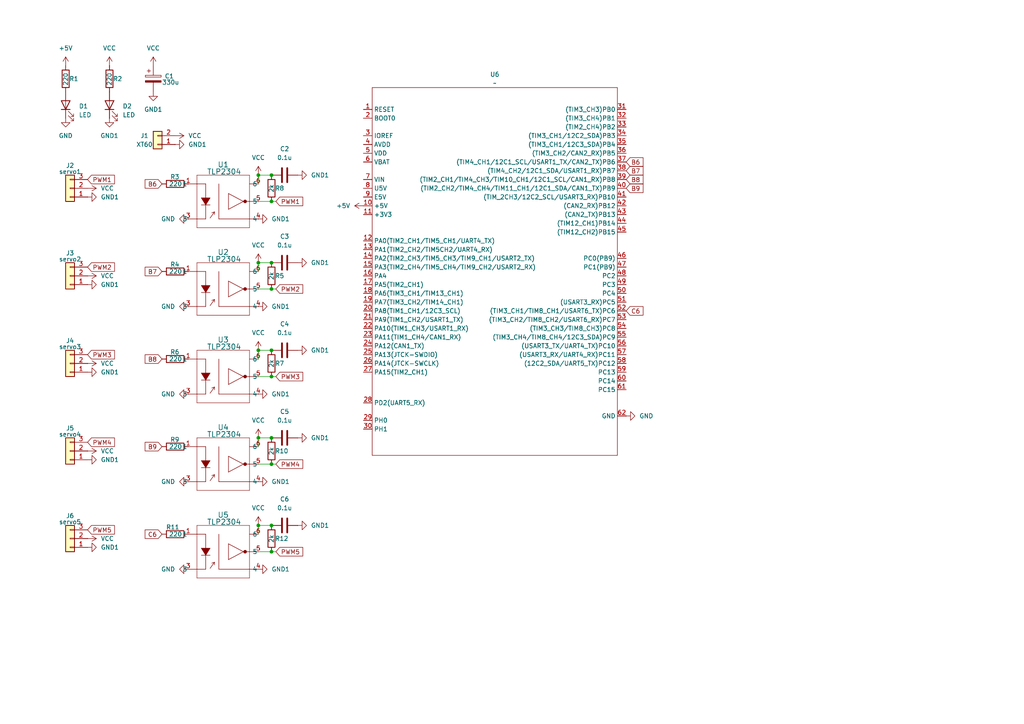
<source format=kicad_sch>
(kicad_sch
	(version 20231120)
	(generator "eeschema")
	(generator_version "8.0")
	(uuid "fe472f81-f5a3-47d7-af0e-825153ce3e49")
	(paper "A4")
	(lib_symbols
		(symbol "2024-10-11_09-07-08:TLP2304"
			(pin_names
				(offset 0.254)
			)
			(exclude_from_sim no)
			(in_bom yes)
			(on_board yes)
			(property "Reference" "U"
				(at 0 0 0)
				(effects
					(font
						(size 1.524 1.524)
					)
				)
			)
			(property "Value" "TLP2304"
				(at 0 0 0)
				(effects
					(font
						(size 1.524 1.524)
					)
				)
			)
			(property "Footprint" "5pin SO6_TOS"
				(at 0 0 0)
				(effects
					(font
						(size 1.27 1.27)
						(italic yes)
					)
					(hide yes)
				)
			)
			(property "Datasheet" "TLP2304"
				(at 0 0 0)
				(effects
					(font
						(size 1.27 1.27)
						(italic yes)
					)
					(hide yes)
				)
			)
			(property "Description" ""
				(at 0 0 0)
				(effects
					(font
						(size 1.27 1.27)
					)
					(hide yes)
				)
			)
			(property "ki_locked" ""
				(at 0 0 0)
				(effects
					(font
						(size 1.27 1.27)
					)
				)
			)
			(property "ki_keywords" "TLP2304"
				(at 0 0 0)
				(effects
					(font
						(size 1.27 1.27)
					)
					(hide yes)
				)
			)
			(property "ki_fp_filters" "5pin SO6_TOS"
				(at 0 0 0)
				(effects
					(font
						(size 1.27 1.27)
					)
					(hide yes)
				)
			)
			(symbol "TLP2304_0_1"
				(polyline
					(pts
						(xy -2.54 -12.7) (xy 0 -12.7)
					)
					(stroke
						(width 0)
						(type default)
					)
					(fill
						(type none)
					)
				)
				(polyline
					(pts
						(xy -2.54 -2.54) (xy 0 -2.54)
					)
					(stroke
						(width 0)
						(type default)
					)
					(fill
						(type none)
					)
				)
				(polyline
					(pts
						(xy 0 -15.24) (xy 0 0)
					)
					(stroke
						(width 0.127)
						(type default)
					)
					(fill
						(type none)
					)
				)
				(polyline
					(pts
						(xy 0 -12.7) (xy 2.54 -12.7)
					)
					(stroke
						(width 0)
						(type default)
					)
					(fill
						(type none)
					)
				)
				(polyline
					(pts
						(xy 0 -2.54) (xy 2.54 -2.54)
					)
					(stroke
						(width 0)
						(type default)
					)
					(fill
						(type none)
					)
				)
				(polyline
					(pts
						(xy 0 0) (xy 15.24 0)
					)
					(stroke
						(width 0.127)
						(type default)
					)
					(fill
						(type none)
					)
				)
				(polyline
					(pts
						(xy 1.27 -8.636) (xy 3.81 -8.636)
					)
					(stroke
						(width 0)
						(type default)
					)
					(fill
						(type none)
					)
				)
				(polyline
					(pts
						(xy 2.54 -12.7) (xy 2.54 -8.636)
					)
					(stroke
						(width 0)
						(type default)
					)
					(fill
						(type none)
					)
				)
				(polyline
					(pts
						(xy 2.54 -2.54) (xy 2.54 -6.604)
					)
					(stroke
						(width 0)
						(type default)
					)
					(fill
						(type none)
					)
				)
				(polyline
					(pts
						(xy 4.318 -10.922) (xy 5.08 -10.668)
					)
					(stroke
						(width 0)
						(type default)
					)
					(fill
						(type none)
					)
				)
				(polyline
					(pts
						(xy 5.08 -11.43) (xy 5.08 -10.668)
					)
					(stroke
						(width 0)
						(type default)
					)
					(fill
						(type none)
					)
				)
				(polyline
					(pts
						(xy 5.08 -10.668) (xy 3.81 -12.446)
					)
					(stroke
						(width 0)
						(type default)
					)
					(fill
						(type none)
					)
				)
				(polyline
					(pts
						(xy 6.35 -12.7) (xy 15.24 -12.7)
					)
					(stroke
						(width 0)
						(type default)
					)
					(fill
						(type none)
					)
				)
				(polyline
					(pts
						(xy 6.35 -2.54) (xy 6.35 -12.7)
					)
					(stroke
						(width 0)
						(type default)
					)
					(fill
						(type none)
					)
				)
				(polyline
					(pts
						(xy 9.144 -9.906) (xy 13.462 -7.62)
					)
					(stroke
						(width 0)
						(type default)
					)
					(fill
						(type none)
					)
				)
				(polyline
					(pts
						(xy 9.144 -5.334) (xy 9.144 -9.906)
					)
					(stroke
						(width 0)
						(type default)
					)
					(fill
						(type none)
					)
				)
				(polyline
					(pts
						(xy 9.144 -5.334) (xy 13.462 -7.62)
					)
					(stroke
						(width 0)
						(type default)
					)
					(fill
						(type none)
					)
				)
				(polyline
					(pts
						(xy 14.478 -7.62) (xy 15.24 -7.62)
					)
					(stroke
						(width 0)
						(type default)
					)
					(fill
						(type none)
					)
				)
				(polyline
					(pts
						(xy 15.24 -15.24) (xy 0 -15.24)
					)
					(stroke
						(width 0.127)
						(type default)
					)
					(fill
						(type none)
					)
				)
				(polyline
					(pts
						(xy 15.24 0) (xy 15.24 -15.24)
					)
					(stroke
						(width 0.127)
						(type default)
					)
					(fill
						(type none)
					)
				)
				(polyline
					(pts
						(xy 17.78 -12.7) (xy 15.24 -12.7)
					)
					(stroke
						(width 0)
						(type default)
					)
					(fill
						(type none)
					)
				)
				(polyline
					(pts
						(xy 17.78 -7.62) (xy 15.24 -7.62)
					)
					(stroke
						(width 0)
						(type default)
					)
					(fill
						(type none)
					)
				)
				(polyline
					(pts
						(xy 17.78 -2.54) (xy 15.24 -2.54)
					)
					(stroke
						(width 0)
						(type default)
					)
					(fill
						(type none)
					)
				)
				(polyline
					(pts
						(xy 1.27 -6.604) (xy 1.27 -6.604) (xy 3.81 -6.604) (xy 2.54 -8.636) (xy 1.27 -6.604)
					)
					(stroke
						(width 0)
						(type default)
					)
					(fill
						(type outline)
					)
				)
				(circle
					(center 13.97 -7.62)
					(radius 0.254)
					(stroke
						(width 0.508)
						(type default)
					)
					(fill
						(type none)
					)
				)
				(pin unspecified line
					(at -2.5146 -2.54 180)
					(length 0.0254)
					(name "1"
						(effects
							(font
								(size 1.27 1.27)
							)
						)
					)
					(number "1"
						(effects
							(font
								(size 1.27 1.27)
							)
						)
					)
				)
				(pin unspecified line
					(at -2.5146 -12.7 180)
					(length 0.0254)
					(name "3"
						(effects
							(font
								(size 1.27 1.27)
							)
						)
					)
					(number "3"
						(effects
							(font
								(size 1.27 1.27)
							)
						)
					)
				)
				(pin power_out line
					(at 17.8054 -12.7 180)
					(length 0.0254)
					(name "4"
						(effects
							(font
								(size 1.27 1.27)
							)
						)
					)
					(number "4"
						(effects
							(font
								(size 1.27 1.27)
							)
						)
					)
				)
				(pin output line
					(at 17.8054 -7.62 180)
					(length 0.0254)
					(name "5"
						(effects
							(font
								(size 1.27 1.27)
							)
						)
					)
					(number "5"
						(effects
							(font
								(size 1.27 1.27)
							)
						)
					)
				)
				(pin unspecified line
					(at 17.8054 -2.54 180)
					(length 0.0254)
					(name "6"
						(effects
							(font
								(size 1.27 1.27)
							)
						)
					)
					(number "6"
						(effects
							(font
								(size 1.27 1.27)
							)
						)
					)
				)
			)
		)
		(symbol "Connector_Generic:Conn_01x02"
			(pin_names
				(offset 1.016) hide)
			(exclude_from_sim no)
			(in_bom yes)
			(on_board yes)
			(property "Reference" "J"
				(at 0 2.54 0)
				(effects
					(font
						(size 1.27 1.27)
					)
				)
			)
			(property "Value" "Conn_01x02"
				(at 0 -5.08 0)
				(effects
					(font
						(size 1.27 1.27)
					)
				)
			)
			(property "Footprint" ""
				(at 0 0 0)
				(effects
					(font
						(size 1.27 1.27)
					)
					(hide yes)
				)
			)
			(property "Datasheet" "~"
				(at 0 0 0)
				(effects
					(font
						(size 1.27 1.27)
					)
					(hide yes)
				)
			)
			(property "Description" "Generic connector, single row, 01x02, script generated (kicad-library-utils/schlib/autogen/connector/)"
				(at 0 0 0)
				(effects
					(font
						(size 1.27 1.27)
					)
					(hide yes)
				)
			)
			(property "ki_keywords" "connector"
				(at 0 0 0)
				(effects
					(font
						(size 1.27 1.27)
					)
					(hide yes)
				)
			)
			(property "ki_fp_filters" "Connector*:*_1x??_*"
				(at 0 0 0)
				(effects
					(font
						(size 1.27 1.27)
					)
					(hide yes)
				)
			)
			(symbol "Conn_01x02_1_1"
				(rectangle
					(start -1.27 -2.413)
					(end 0 -2.667)
					(stroke
						(width 0.1524)
						(type default)
					)
					(fill
						(type none)
					)
				)
				(rectangle
					(start -1.27 0.127)
					(end 0 -0.127)
					(stroke
						(width 0.1524)
						(type default)
					)
					(fill
						(type none)
					)
				)
				(rectangle
					(start -1.27 1.27)
					(end 1.27 -3.81)
					(stroke
						(width 0.254)
						(type default)
					)
					(fill
						(type background)
					)
				)
				(pin passive line
					(at -5.08 0 0)
					(length 3.81)
					(name "Pin_1"
						(effects
							(font
								(size 1.27 1.27)
							)
						)
					)
					(number "1"
						(effects
							(font
								(size 1.27 1.27)
							)
						)
					)
				)
				(pin passive line
					(at -5.08 -2.54 0)
					(length 3.81)
					(name "Pin_2"
						(effects
							(font
								(size 1.27 1.27)
							)
						)
					)
					(number "2"
						(effects
							(font
								(size 1.27 1.27)
							)
						)
					)
				)
			)
		)
		(symbol "Connector_Generic:Conn_01x03"
			(pin_names
				(offset 1.016) hide)
			(exclude_from_sim no)
			(in_bom yes)
			(on_board yes)
			(property "Reference" "J"
				(at 0 5.08 0)
				(effects
					(font
						(size 1.27 1.27)
					)
				)
			)
			(property "Value" "Conn_01x03"
				(at 0 -5.08 0)
				(effects
					(font
						(size 1.27 1.27)
					)
				)
			)
			(property "Footprint" ""
				(at 0 0 0)
				(effects
					(font
						(size 1.27 1.27)
					)
					(hide yes)
				)
			)
			(property "Datasheet" "~"
				(at 0 0 0)
				(effects
					(font
						(size 1.27 1.27)
					)
					(hide yes)
				)
			)
			(property "Description" "Generic connector, single row, 01x03, script generated (kicad-library-utils/schlib/autogen/connector/)"
				(at 0 0 0)
				(effects
					(font
						(size 1.27 1.27)
					)
					(hide yes)
				)
			)
			(property "ki_keywords" "connector"
				(at 0 0 0)
				(effects
					(font
						(size 1.27 1.27)
					)
					(hide yes)
				)
			)
			(property "ki_fp_filters" "Connector*:*_1x??_*"
				(at 0 0 0)
				(effects
					(font
						(size 1.27 1.27)
					)
					(hide yes)
				)
			)
			(symbol "Conn_01x03_1_1"
				(rectangle
					(start -1.27 -2.413)
					(end 0 -2.667)
					(stroke
						(width 0.1524)
						(type default)
					)
					(fill
						(type none)
					)
				)
				(rectangle
					(start -1.27 0.127)
					(end 0 -0.127)
					(stroke
						(width 0.1524)
						(type default)
					)
					(fill
						(type none)
					)
				)
				(rectangle
					(start -1.27 2.667)
					(end 0 2.413)
					(stroke
						(width 0.1524)
						(type default)
					)
					(fill
						(type none)
					)
				)
				(rectangle
					(start -1.27 3.81)
					(end 1.27 -3.81)
					(stroke
						(width 0.254)
						(type default)
					)
					(fill
						(type background)
					)
				)
				(pin passive line
					(at -5.08 2.54 0)
					(length 3.81)
					(name "Pin_1"
						(effects
							(font
								(size 1.27 1.27)
							)
						)
					)
					(number "1"
						(effects
							(font
								(size 1.27 1.27)
							)
						)
					)
				)
				(pin passive line
					(at -5.08 0 0)
					(length 3.81)
					(name "Pin_2"
						(effects
							(font
								(size 1.27 1.27)
							)
						)
					)
					(number "2"
						(effects
							(font
								(size 1.27 1.27)
							)
						)
					)
				)
				(pin passive line
					(at -5.08 -2.54 0)
					(length 3.81)
					(name "Pin_3"
						(effects
							(font
								(size 1.27 1.27)
							)
						)
					)
					(number "3"
						(effects
							(font
								(size 1.27 1.27)
							)
						)
					)
				)
			)
		)
		(symbol "Device:C"
			(pin_numbers hide)
			(pin_names
				(offset 0.254)
			)
			(exclude_from_sim no)
			(in_bom yes)
			(on_board yes)
			(property "Reference" "C"
				(at 0.635 2.54 0)
				(effects
					(font
						(size 1.27 1.27)
					)
					(justify left)
				)
			)
			(property "Value" "C"
				(at 0.635 -2.54 0)
				(effects
					(font
						(size 1.27 1.27)
					)
					(justify left)
				)
			)
			(property "Footprint" ""
				(at 0.9652 -3.81 0)
				(effects
					(font
						(size 1.27 1.27)
					)
					(hide yes)
				)
			)
			(property "Datasheet" "~"
				(at 0 0 0)
				(effects
					(font
						(size 1.27 1.27)
					)
					(hide yes)
				)
			)
			(property "Description" "Unpolarized capacitor"
				(at 0 0 0)
				(effects
					(font
						(size 1.27 1.27)
					)
					(hide yes)
				)
			)
			(property "ki_keywords" "cap capacitor"
				(at 0 0 0)
				(effects
					(font
						(size 1.27 1.27)
					)
					(hide yes)
				)
			)
			(property "ki_fp_filters" "C_*"
				(at 0 0 0)
				(effects
					(font
						(size 1.27 1.27)
					)
					(hide yes)
				)
			)
			(symbol "C_0_1"
				(polyline
					(pts
						(xy -2.032 -0.762) (xy 2.032 -0.762)
					)
					(stroke
						(width 0.508)
						(type default)
					)
					(fill
						(type none)
					)
				)
				(polyline
					(pts
						(xy -2.032 0.762) (xy 2.032 0.762)
					)
					(stroke
						(width 0.508)
						(type default)
					)
					(fill
						(type none)
					)
				)
			)
			(symbol "C_1_1"
				(pin passive line
					(at 0 3.81 270)
					(length 2.794)
					(name "~"
						(effects
							(font
								(size 1.27 1.27)
							)
						)
					)
					(number "1"
						(effects
							(font
								(size 1.27 1.27)
							)
						)
					)
				)
				(pin passive line
					(at 0 -3.81 90)
					(length 2.794)
					(name "~"
						(effects
							(font
								(size 1.27 1.27)
							)
						)
					)
					(number "2"
						(effects
							(font
								(size 1.27 1.27)
							)
						)
					)
				)
			)
		)
		(symbol "Device:C_Polarized"
			(pin_numbers hide)
			(pin_names
				(offset 0.254)
			)
			(exclude_from_sim no)
			(in_bom yes)
			(on_board yes)
			(property "Reference" "C"
				(at 0.635 2.54 0)
				(effects
					(font
						(size 1.27 1.27)
					)
					(justify left)
				)
			)
			(property "Value" "C_Polarized"
				(at 0.635 -2.54 0)
				(effects
					(font
						(size 1.27 1.27)
					)
					(justify left)
				)
			)
			(property "Footprint" ""
				(at 0.9652 -3.81 0)
				(effects
					(font
						(size 1.27 1.27)
					)
					(hide yes)
				)
			)
			(property "Datasheet" "~"
				(at 0 0 0)
				(effects
					(font
						(size 1.27 1.27)
					)
					(hide yes)
				)
			)
			(property "Description" "Polarized capacitor"
				(at 0 0 0)
				(effects
					(font
						(size 1.27 1.27)
					)
					(hide yes)
				)
			)
			(property "ki_keywords" "cap capacitor"
				(at 0 0 0)
				(effects
					(font
						(size 1.27 1.27)
					)
					(hide yes)
				)
			)
			(property "ki_fp_filters" "CP_*"
				(at 0 0 0)
				(effects
					(font
						(size 1.27 1.27)
					)
					(hide yes)
				)
			)
			(symbol "C_Polarized_0_1"
				(rectangle
					(start -2.286 0.508)
					(end 2.286 1.016)
					(stroke
						(width 0)
						(type default)
					)
					(fill
						(type none)
					)
				)
				(polyline
					(pts
						(xy -1.778 2.286) (xy -0.762 2.286)
					)
					(stroke
						(width 0)
						(type default)
					)
					(fill
						(type none)
					)
				)
				(polyline
					(pts
						(xy -1.27 2.794) (xy -1.27 1.778)
					)
					(stroke
						(width 0)
						(type default)
					)
					(fill
						(type none)
					)
				)
				(rectangle
					(start 2.286 -0.508)
					(end -2.286 -1.016)
					(stroke
						(width 0)
						(type default)
					)
					(fill
						(type outline)
					)
				)
			)
			(symbol "C_Polarized_1_1"
				(pin passive line
					(at 0 3.81 270)
					(length 2.794)
					(name "~"
						(effects
							(font
								(size 1.27 1.27)
							)
						)
					)
					(number "1"
						(effects
							(font
								(size 1.27 1.27)
							)
						)
					)
				)
				(pin passive line
					(at 0 -3.81 90)
					(length 2.794)
					(name "~"
						(effects
							(font
								(size 1.27 1.27)
							)
						)
					)
					(number "2"
						(effects
							(font
								(size 1.27 1.27)
							)
						)
					)
				)
			)
		)
		(symbol "Device:LED"
			(pin_numbers hide)
			(pin_names
				(offset 1.016) hide)
			(exclude_from_sim no)
			(in_bom yes)
			(on_board yes)
			(property "Reference" "D"
				(at 0 2.54 0)
				(effects
					(font
						(size 1.27 1.27)
					)
				)
			)
			(property "Value" "LED"
				(at 0 -2.54 0)
				(effects
					(font
						(size 1.27 1.27)
					)
				)
			)
			(property "Footprint" ""
				(at 0 0 0)
				(effects
					(font
						(size 1.27 1.27)
					)
					(hide yes)
				)
			)
			(property "Datasheet" "~"
				(at 0 0 0)
				(effects
					(font
						(size 1.27 1.27)
					)
					(hide yes)
				)
			)
			(property "Description" "Light emitting diode"
				(at 0 0 0)
				(effects
					(font
						(size 1.27 1.27)
					)
					(hide yes)
				)
			)
			(property "ki_keywords" "LED diode"
				(at 0 0 0)
				(effects
					(font
						(size 1.27 1.27)
					)
					(hide yes)
				)
			)
			(property "ki_fp_filters" "LED* LED_SMD:* LED_THT:*"
				(at 0 0 0)
				(effects
					(font
						(size 1.27 1.27)
					)
					(hide yes)
				)
			)
			(symbol "LED_0_1"
				(polyline
					(pts
						(xy -1.27 -1.27) (xy -1.27 1.27)
					)
					(stroke
						(width 0.254)
						(type default)
					)
					(fill
						(type none)
					)
				)
				(polyline
					(pts
						(xy -1.27 0) (xy 1.27 0)
					)
					(stroke
						(width 0)
						(type default)
					)
					(fill
						(type none)
					)
				)
				(polyline
					(pts
						(xy 1.27 -1.27) (xy 1.27 1.27) (xy -1.27 0) (xy 1.27 -1.27)
					)
					(stroke
						(width 0.254)
						(type default)
					)
					(fill
						(type none)
					)
				)
				(polyline
					(pts
						(xy -3.048 -0.762) (xy -4.572 -2.286) (xy -3.81 -2.286) (xy -4.572 -2.286) (xy -4.572 -1.524)
					)
					(stroke
						(width 0)
						(type default)
					)
					(fill
						(type none)
					)
				)
				(polyline
					(pts
						(xy -1.778 -0.762) (xy -3.302 -2.286) (xy -2.54 -2.286) (xy -3.302 -2.286) (xy -3.302 -1.524)
					)
					(stroke
						(width 0)
						(type default)
					)
					(fill
						(type none)
					)
				)
			)
			(symbol "LED_1_1"
				(pin passive line
					(at -3.81 0 0)
					(length 2.54)
					(name "K"
						(effects
							(font
								(size 1.27 1.27)
							)
						)
					)
					(number "1"
						(effects
							(font
								(size 1.27 1.27)
							)
						)
					)
				)
				(pin passive line
					(at 3.81 0 180)
					(length 2.54)
					(name "A"
						(effects
							(font
								(size 1.27 1.27)
							)
						)
					)
					(number "2"
						(effects
							(font
								(size 1.27 1.27)
							)
						)
					)
				)
			)
		)
		(symbol "Device:R"
			(pin_numbers hide)
			(pin_names
				(offset 0)
			)
			(exclude_from_sim no)
			(in_bom yes)
			(on_board yes)
			(property "Reference" "R"
				(at 2.032 0 90)
				(effects
					(font
						(size 1.27 1.27)
					)
				)
			)
			(property "Value" "R"
				(at 0 0 90)
				(effects
					(font
						(size 1.27 1.27)
					)
				)
			)
			(property "Footprint" ""
				(at -1.778 0 90)
				(effects
					(font
						(size 1.27 1.27)
					)
					(hide yes)
				)
			)
			(property "Datasheet" "~"
				(at 0 0 0)
				(effects
					(font
						(size 1.27 1.27)
					)
					(hide yes)
				)
			)
			(property "Description" "Resistor"
				(at 0 0 0)
				(effects
					(font
						(size 1.27 1.27)
					)
					(hide yes)
				)
			)
			(property "ki_keywords" "R res resistor"
				(at 0 0 0)
				(effects
					(font
						(size 1.27 1.27)
					)
					(hide yes)
				)
			)
			(property "ki_fp_filters" "R_*"
				(at 0 0 0)
				(effects
					(font
						(size 1.27 1.27)
					)
					(hide yes)
				)
			)
			(symbol "R_0_1"
				(rectangle
					(start -1.016 -2.54)
					(end 1.016 2.54)
					(stroke
						(width 0.254)
						(type default)
					)
					(fill
						(type none)
					)
				)
			)
			(symbol "R_1_1"
				(pin passive line
					(at 0 3.81 270)
					(length 1.27)
					(name "~"
						(effects
							(font
								(size 1.27 1.27)
							)
						)
					)
					(number "1"
						(effects
							(font
								(size 1.27 1.27)
							)
						)
					)
				)
				(pin passive line
					(at 0 -3.81 90)
					(length 1.27)
					(name "~"
						(effects
							(font
								(size 1.27 1.27)
							)
						)
					)
					(number "2"
						(effects
							(font
								(size 1.27 1.27)
							)
						)
					)
				)
			)
		)
		(symbol "power:+5V"
			(power)
			(pin_numbers hide)
			(pin_names
				(offset 0) hide)
			(exclude_from_sim no)
			(in_bom yes)
			(on_board yes)
			(property "Reference" "#PWR"
				(at 0 -3.81 0)
				(effects
					(font
						(size 1.27 1.27)
					)
					(hide yes)
				)
			)
			(property "Value" "+5V"
				(at 0 3.556 0)
				(effects
					(font
						(size 1.27 1.27)
					)
				)
			)
			(property "Footprint" ""
				(at 0 0 0)
				(effects
					(font
						(size 1.27 1.27)
					)
					(hide yes)
				)
			)
			(property "Datasheet" ""
				(at 0 0 0)
				(effects
					(font
						(size 1.27 1.27)
					)
					(hide yes)
				)
			)
			(property "Description" "Power symbol creates a global label with name \"+5V\""
				(at 0 0 0)
				(effects
					(font
						(size 1.27 1.27)
					)
					(hide yes)
				)
			)
			(property "ki_keywords" "global power"
				(at 0 0 0)
				(effects
					(font
						(size 1.27 1.27)
					)
					(hide yes)
				)
			)
			(symbol "+5V_0_1"
				(polyline
					(pts
						(xy -0.762 1.27) (xy 0 2.54)
					)
					(stroke
						(width 0)
						(type default)
					)
					(fill
						(type none)
					)
				)
				(polyline
					(pts
						(xy 0 0) (xy 0 2.54)
					)
					(stroke
						(width 0)
						(type default)
					)
					(fill
						(type none)
					)
				)
				(polyline
					(pts
						(xy 0 2.54) (xy 0.762 1.27)
					)
					(stroke
						(width 0)
						(type default)
					)
					(fill
						(type none)
					)
				)
			)
			(symbol "+5V_1_1"
				(pin power_in line
					(at 0 0 90)
					(length 0)
					(name "~"
						(effects
							(font
								(size 1.27 1.27)
							)
						)
					)
					(number "1"
						(effects
							(font
								(size 1.27 1.27)
							)
						)
					)
				)
			)
		)
		(symbol "power:GND"
			(power)
			(pin_numbers hide)
			(pin_names
				(offset 0) hide)
			(exclude_from_sim no)
			(in_bom yes)
			(on_board yes)
			(property "Reference" "#PWR"
				(at 0 -6.35 0)
				(effects
					(font
						(size 1.27 1.27)
					)
					(hide yes)
				)
			)
			(property "Value" "GND"
				(at 0 -3.81 0)
				(effects
					(font
						(size 1.27 1.27)
					)
				)
			)
			(property "Footprint" ""
				(at 0 0 0)
				(effects
					(font
						(size 1.27 1.27)
					)
					(hide yes)
				)
			)
			(property "Datasheet" ""
				(at 0 0 0)
				(effects
					(font
						(size 1.27 1.27)
					)
					(hide yes)
				)
			)
			(property "Description" "Power symbol creates a global label with name \"GND\" , ground"
				(at 0 0 0)
				(effects
					(font
						(size 1.27 1.27)
					)
					(hide yes)
				)
			)
			(property "ki_keywords" "global power"
				(at 0 0 0)
				(effects
					(font
						(size 1.27 1.27)
					)
					(hide yes)
				)
			)
			(symbol "GND_0_1"
				(polyline
					(pts
						(xy 0 0) (xy 0 -1.27) (xy 1.27 -1.27) (xy 0 -2.54) (xy -1.27 -1.27) (xy 0 -1.27)
					)
					(stroke
						(width 0)
						(type default)
					)
					(fill
						(type none)
					)
				)
			)
			(symbol "GND_1_1"
				(pin power_in line
					(at 0 0 270)
					(length 0)
					(name "~"
						(effects
							(font
								(size 1.27 1.27)
							)
						)
					)
					(number "1"
						(effects
							(font
								(size 1.27 1.27)
							)
						)
					)
				)
			)
		)
		(symbol "power:GND1"
			(power)
			(pin_numbers hide)
			(pin_names
				(offset 0) hide)
			(exclude_from_sim no)
			(in_bom yes)
			(on_board yes)
			(property "Reference" "#PWR"
				(at 0 -6.35 0)
				(effects
					(font
						(size 1.27 1.27)
					)
					(hide yes)
				)
			)
			(property "Value" "GND1"
				(at 0 -3.81 0)
				(effects
					(font
						(size 1.27 1.27)
					)
				)
			)
			(property "Footprint" ""
				(at 0 0 0)
				(effects
					(font
						(size 1.27 1.27)
					)
					(hide yes)
				)
			)
			(property "Datasheet" ""
				(at 0 0 0)
				(effects
					(font
						(size 1.27 1.27)
					)
					(hide yes)
				)
			)
			(property "Description" "Power symbol creates a global label with name \"GND1\" , ground"
				(at 0 0 0)
				(effects
					(font
						(size 1.27 1.27)
					)
					(hide yes)
				)
			)
			(property "ki_keywords" "global power"
				(at 0 0 0)
				(effects
					(font
						(size 1.27 1.27)
					)
					(hide yes)
				)
			)
			(symbol "GND1_0_1"
				(polyline
					(pts
						(xy 0 0) (xy 0 -1.27) (xy 1.27 -1.27) (xy 0 -2.54) (xy -1.27 -1.27) (xy 0 -1.27)
					)
					(stroke
						(width 0)
						(type default)
					)
					(fill
						(type none)
					)
				)
			)
			(symbol "GND1_1_1"
				(pin power_in line
					(at 0 0 270)
					(length 0)
					(name "~"
						(effects
							(font
								(size 1.27 1.27)
							)
						)
					)
					(number "1"
						(effects
							(font
								(size 1.27 1.27)
							)
						)
					)
				)
			)
		)
		(symbol "power:VCC"
			(power)
			(pin_numbers hide)
			(pin_names
				(offset 0) hide)
			(exclude_from_sim no)
			(in_bom yes)
			(on_board yes)
			(property "Reference" "#PWR"
				(at 0 -3.81 0)
				(effects
					(font
						(size 1.27 1.27)
					)
					(hide yes)
				)
			)
			(property "Value" "VCC"
				(at 0 3.556 0)
				(effects
					(font
						(size 1.27 1.27)
					)
				)
			)
			(property "Footprint" ""
				(at 0 0 0)
				(effects
					(font
						(size 1.27 1.27)
					)
					(hide yes)
				)
			)
			(property "Datasheet" ""
				(at 0 0 0)
				(effects
					(font
						(size 1.27 1.27)
					)
					(hide yes)
				)
			)
			(property "Description" "Power symbol creates a global label with name \"VCC\""
				(at 0 0 0)
				(effects
					(font
						(size 1.27 1.27)
					)
					(hide yes)
				)
			)
			(property "ki_keywords" "global power"
				(at 0 0 0)
				(effects
					(font
						(size 1.27 1.27)
					)
					(hide yes)
				)
			)
			(symbol "VCC_0_1"
				(polyline
					(pts
						(xy -0.762 1.27) (xy 0 2.54)
					)
					(stroke
						(width 0)
						(type default)
					)
					(fill
						(type none)
					)
				)
				(polyline
					(pts
						(xy 0 0) (xy 0 2.54)
					)
					(stroke
						(width 0)
						(type default)
					)
					(fill
						(type none)
					)
				)
				(polyline
					(pts
						(xy 0 2.54) (xy 0.762 1.27)
					)
					(stroke
						(width 0)
						(type default)
					)
					(fill
						(type none)
					)
				)
			)
			(symbol "VCC_1_1"
				(pin power_in line
					(at 0 0 90)
					(length 0)
					(name "~"
						(effects
							(font
								(size 1.27 1.27)
							)
						)
					)
					(number "1"
						(effects
							(font
								(size 1.27 1.27)
							)
						)
					)
				)
			)
		)
		(symbol "stm32f446re-nucleo:STM32F446RE-Nucleo"
			(exclude_from_sim no)
			(in_bom yes)
			(on_board yes)
			(property "Reference" "U2"
				(at 13.97 59.055 0)
				(effects
					(font
						(size 1.27 1.27)
					)
				)
			)
			(property "Value" "~"
				(at 0 0 0)
				(effects
					(font
						(size 1.27 1.27)
					)
				)
			)
			(property "Footprint" "Library:STM32F446RE_Nucleo"
				(at 0 0 0)
				(effects
					(font
						(size 1.27 1.27)
					)
					(hide yes)
				)
			)
			(property "Datasheet" ""
				(at 0 0 0)
				(effects
					(font
						(size 1.27 1.27)
					)
					(hide yes)
				)
			)
			(property "Description" ""
				(at 0 0 0)
				(effects
					(font
						(size 1.27 1.27)
					)
					(hide yes)
				)
			)
			(symbol "STM32F446RE-Nucleo_0_1"
				(polyline
					(pts
						(xy -21.59 57.15) (xy 49.53 57.15) (xy 49.53 -46.99) (xy 49.53 -49.53) (xy -21.59 -49.53) (xy -21.59 57.15)
					)
					(stroke
						(width 0)
						(type default)
					)
					(fill
						(type none)
					)
				)
			)
			(symbol "STM32F446RE-Nucleo_1_1"
				(pin input line
					(at -24.13 50.8 0)
					(length 2.54)
					(name "RESET"
						(effects
							(font
								(size 1.27 1.27)
							)
						)
					)
					(number "1"
						(effects
							(font
								(size 1.27 1.27)
							)
						)
					)
				)
				(pin power_out line
					(at -24.13 22.86 0)
					(length 2.54)
					(name "+5V"
						(effects
							(font
								(size 1.27 1.27)
							)
						)
					)
					(number "10"
						(effects
							(font
								(size 1.27 1.27)
							)
						)
					)
				)
				(pin power_out line
					(at -24.13 20.32 0)
					(length 2.54)
					(name "+3V3"
						(effects
							(font
								(size 1.27 1.27)
							)
						)
					)
					(number "11"
						(effects
							(font
								(size 1.27 1.27)
							)
						)
					)
				)
				(pin bidirectional line
					(at -24.13 12.7 0)
					(length 2.54)
					(name "PA0(TIM2_CH1/TIM5_CH1/UART4_TX)"
						(effects
							(font
								(size 1.27 1.27)
							)
						)
					)
					(number "12"
						(effects
							(font
								(size 1.27 1.27)
							)
						)
					)
				)
				(pin bidirectional line
					(at -24.13 10.16 0)
					(length 2.54)
					(name "PA1(TIM2_CH2/TIM5CH2/UART4_RX)"
						(effects
							(font
								(size 1.27 1.27)
							)
						)
					)
					(number "13"
						(effects
							(font
								(size 1.27 1.27)
							)
						)
					)
				)
				(pin bidirectional line
					(at -24.13 7.62 0)
					(length 2.54)
					(name "PA2(TIM2_CH3/TIM5_CH3/TIM9_CH1/USART2_TX)"
						(effects
							(font
								(size 1.27 1.27)
							)
						)
					)
					(number "14"
						(effects
							(font
								(size 1.27 1.27)
							)
						)
					)
				)
				(pin bidirectional line
					(at -24.13 5.08 0)
					(length 2.54)
					(name "PA3(TIM2_CH4/TIM5_CH4/TIM9_CH2/USART2_RX)"
						(effects
							(font
								(size 1.27 1.27)
							)
						)
					)
					(number "15"
						(effects
							(font
								(size 1.27 1.27)
							)
						)
					)
				)
				(pin bidirectional line
					(at -24.13 2.54 0)
					(length 2.54)
					(name "PA4"
						(effects
							(font
								(size 1.27 1.27)
							)
						)
					)
					(number "16"
						(effects
							(font
								(size 1.27 1.27)
							)
						)
					)
				)
				(pin bidirectional line
					(at -24.13 0 0)
					(length 2.54)
					(name "PA5(TIM2_CH1)"
						(effects
							(font
								(size 1.27 1.27)
							)
						)
					)
					(number "17"
						(effects
							(font
								(size 1.27 1.27)
							)
						)
					)
				)
				(pin bidirectional line
					(at -24.13 -2.54 0)
					(length 2.54)
					(name "PA6(TIM3_CH1/TIM13_CH1)"
						(effects
							(font
								(size 1.27 1.27)
							)
						)
					)
					(number "18"
						(effects
							(font
								(size 1.27 1.27)
							)
						)
					)
				)
				(pin bidirectional line
					(at -24.13 -5.08 0)
					(length 2.54)
					(name "PA7(TIM3_CH2/TIM14_CH1)"
						(effects
							(font
								(size 1.27 1.27)
							)
						)
					)
					(number "19"
						(effects
							(font
								(size 1.27 1.27)
							)
						)
					)
				)
				(pin input line
					(at -24.13 48.26 0)
					(length 2.54)
					(name "BOOT0"
						(effects
							(font
								(size 1.27 1.27)
							)
						)
					)
					(number "2"
						(effects
							(font
								(size 1.27 1.27)
							)
						)
					)
				)
				(pin bidirectional line
					(at -24.13 -7.62 0)
					(length 2.54)
					(name "PA8(TIM1_CH1/12C3_SCL)"
						(effects
							(font
								(size 1.27 1.27)
							)
						)
					)
					(number "20"
						(effects
							(font
								(size 1.27 1.27)
							)
						)
					)
				)
				(pin bidirectional line
					(at -24.13 -10.16 0)
					(length 2.54)
					(name "PA9(TIM1_CH2/USART1_TX)"
						(effects
							(font
								(size 1.27 1.27)
							)
						)
					)
					(number "21"
						(effects
							(font
								(size 1.27 1.27)
							)
						)
					)
				)
				(pin bidirectional line
					(at -24.13 -12.7 0)
					(length 2.54)
					(name "PA10(TIM1_CH3/USART1_RX)"
						(effects
							(font
								(size 1.27 1.27)
							)
						)
					)
					(number "22"
						(effects
							(font
								(size 1.27 1.27)
							)
						)
					)
				)
				(pin bidirectional line
					(at -24.13 -15.24 0)
					(length 2.54)
					(name "PA11(TIM1_CH4/CAN1_RX)"
						(effects
							(font
								(size 1.27 1.27)
							)
						)
					)
					(number "23"
						(effects
							(font
								(size 1.27 1.27)
							)
						)
					)
				)
				(pin bidirectional line
					(at -24.13 -17.78 0)
					(length 2.54)
					(name "PA12(CAN1_TX)"
						(effects
							(font
								(size 1.27 1.27)
							)
						)
					)
					(number "24"
						(effects
							(font
								(size 1.27 1.27)
							)
						)
					)
				)
				(pin bidirectional line
					(at -24.13 -20.32 0)
					(length 2.54)
					(name "PA13(JTCK-SWDIO)"
						(effects
							(font
								(size 1.27 1.27)
							)
						)
					)
					(number "25"
						(effects
							(font
								(size 1.27 1.27)
							)
						)
					)
				)
				(pin bidirectional line
					(at -24.13 -22.86 0)
					(length 2.54)
					(name "PA14(JTCK-SWCLK)"
						(effects
							(font
								(size 1.27 1.27)
							)
						)
					)
					(number "26"
						(effects
							(font
								(size 1.27 1.27)
							)
						)
					)
				)
				(pin bidirectional line
					(at -24.13 -25.4 0)
					(length 2.54)
					(name "PA15(TIM2_CH1)"
						(effects
							(font
								(size 1.27 1.27)
							)
						)
					)
					(number "27"
						(effects
							(font
								(size 1.27 1.27)
							)
						)
					)
				)
				(pin bidirectional line
					(at -24.13 -34.29 0)
					(length 2.54)
					(name "PD2(UART5_RX)"
						(effects
							(font
								(size 1.27 1.27)
							)
						)
					)
					(number "28"
						(effects
							(font
								(size 1.27 1.27)
							)
						)
					)
				)
				(pin bidirectional line
					(at -24.13 -39.37 0)
					(length 2.54)
					(name "PH0"
						(effects
							(font
								(size 1.27 1.27)
							)
						)
					)
					(number "29"
						(effects
							(font
								(size 1.27 1.27)
							)
						)
					)
				)
				(pin input line
					(at -24.13 43.18 0)
					(length 2.54)
					(name "IOREF"
						(effects
							(font
								(size 1.27 1.27)
							)
						)
					)
					(number "3"
						(effects
							(font
								(size 1.27 1.27)
							)
						)
					)
				)
				(pin bidirectional line
					(at -24.13 -41.91 0)
					(length 2.54)
					(name "PH1"
						(effects
							(font
								(size 1.27 1.27)
							)
						)
					)
					(number "30"
						(effects
							(font
								(size 1.27 1.27)
							)
						)
					)
				)
				(pin bidirectional line
					(at 52.07 50.8 180)
					(length 2.54)
					(name "(TIM3_CH3)PB0"
						(effects
							(font
								(size 1.27 1.27)
							)
						)
					)
					(number "31"
						(effects
							(font
								(size 1.27 1.27)
							)
						)
					)
				)
				(pin bidirectional line
					(at 52.07 48.26 180)
					(length 2.54)
					(name "(TIM3_CH4)PB1"
						(effects
							(font
								(size 1.27 1.27)
							)
						)
					)
					(number "32"
						(effects
							(font
								(size 1.27 1.27)
							)
						)
					)
				)
				(pin bidirectional line
					(at 52.07 45.72 180)
					(length 2.54)
					(name "(TIM2_CH4)PB2"
						(effects
							(font
								(size 1.27 1.27)
							)
						)
					)
					(number "33"
						(effects
							(font
								(size 1.27 1.27)
							)
						)
					)
				)
				(pin bidirectional line
					(at 52.07 43.18 180)
					(length 2.54)
					(name "(TIM3_CH1/12C2_SDA)PB3"
						(effects
							(font
								(size 1.27 1.27)
							)
						)
					)
					(number "34"
						(effects
							(font
								(size 1.27 1.27)
							)
						)
					)
				)
				(pin bidirectional line
					(at 52.07 40.64 180)
					(length 2.54)
					(name "(TIM3_CH1/12C3_SDA)PB4"
						(effects
							(font
								(size 1.27 1.27)
							)
						)
					)
					(number "35"
						(effects
							(font
								(size 1.27 1.27)
							)
						)
					)
				)
				(pin bidirectional line
					(at 52.07 38.1 180)
					(length 2.54)
					(name "(TIM3_CH2/CAN2_RX)PB5"
						(effects
							(font
								(size 1.27 1.27)
							)
						)
					)
					(number "36"
						(effects
							(font
								(size 1.27 1.27)
							)
						)
					)
				)
				(pin bidirectional line
					(at 52.07 35.56 180)
					(length 2.54)
					(name "(TIM4_CH1/12C1_SCL/USART1_TX/CAN2_TX)PB6"
						(effects
							(font
								(size 1.27 1.27)
							)
						)
					)
					(number "37"
						(effects
							(font
								(size 1.27 1.27)
							)
						)
					)
				)
				(pin bidirectional line
					(at 52.07 33.02 180)
					(length 2.54)
					(name "(TIM4_CH2/12C1_SDA/USART1_RX)PB7"
						(effects
							(font
								(size 1.27 1.27)
							)
						)
					)
					(number "38"
						(effects
							(font
								(size 1.27 1.27)
							)
						)
					)
				)
				(pin bidirectional line
					(at 52.07 30.48 180)
					(length 2.54)
					(name "(TIM2_CH1/TIM4_CH3/TIM10_CH1/12C1_SCL/CAN1_RX)PB8"
						(effects
							(font
								(size 1.27 1.27)
							)
						)
					)
					(number "39"
						(effects
							(font
								(size 1.27 1.27)
							)
						)
					)
				)
				(pin input line
					(at -24.13 40.64 0)
					(length 2.54)
					(name "AVDD"
						(effects
							(font
								(size 1.27 1.27)
							)
						)
					)
					(number "4"
						(effects
							(font
								(size 1.27 1.27)
							)
						)
					)
				)
				(pin bidirectional line
					(at 52.07 27.94 180)
					(length 2.54)
					(name "(TIM2_CH2/TIM4_CH4/TIM11_CH1/12C1_SDA/CAN1_TX)PB9"
						(effects
							(font
								(size 1.27 1.27)
							)
						)
					)
					(number "40"
						(effects
							(font
								(size 1.27 1.27)
							)
						)
					)
				)
				(pin bidirectional line
					(at 52.07 25.4 180)
					(length 2.54)
					(name "(TIM_2CH3/12C2_SCL/USART3_RX)PB10"
						(effects
							(font
								(size 1.27 1.27)
							)
						)
					)
					(number "41"
						(effects
							(font
								(size 1.27 1.27)
							)
						)
					)
				)
				(pin bidirectional line
					(at 52.07 22.86 180)
					(length 2.54)
					(name "(CAN2_RX)PB12"
						(effects
							(font
								(size 1.27 1.27)
							)
						)
					)
					(number "42"
						(effects
							(font
								(size 1.27 1.27)
							)
						)
					)
				)
				(pin bidirectional line
					(at 52.07 20.32 180)
					(length 2.54)
					(name "(CAN2_TX)PB13"
						(effects
							(font
								(size 1.27 1.27)
							)
						)
					)
					(number "43"
						(effects
							(font
								(size 1.27 1.27)
							)
						)
					)
				)
				(pin bidirectional line
					(at 52.07 17.78 180)
					(length 2.54)
					(name "(TIM12_CH1)PB14"
						(effects
							(font
								(size 1.27 1.27)
							)
						)
					)
					(number "44"
						(effects
							(font
								(size 1.27 1.27)
							)
						)
					)
				)
				(pin bidirectional line
					(at 52.07 15.24 180)
					(length 2.54)
					(name "(TIM12_CH2)PB15"
						(effects
							(font
								(size 1.27 1.27)
							)
						)
					)
					(number "45"
						(effects
							(font
								(size 1.27 1.27)
							)
						)
					)
				)
				(pin bidirectional line
					(at 52.07 7.62 180)
					(length 2.54)
					(name "PC0(PB9)"
						(effects
							(font
								(size 1.27 1.27)
							)
						)
					)
					(number "46"
						(effects
							(font
								(size 1.27 1.27)
							)
						)
					)
				)
				(pin bidirectional line
					(at 52.07 5.08 180)
					(length 2.54)
					(name "PC1(PB9)"
						(effects
							(font
								(size 1.27 1.27)
							)
						)
					)
					(number "47"
						(effects
							(font
								(size 1.27 1.27)
							)
						)
					)
				)
				(pin bidirectional line
					(at 52.07 2.54 180)
					(length 2.54)
					(name "PC2"
						(effects
							(font
								(size 1.27 1.27)
							)
						)
					)
					(number "48"
						(effects
							(font
								(size 1.27 1.27)
							)
						)
					)
				)
				(pin bidirectional line
					(at 52.07 0 180)
					(length 2.54)
					(name "PC3"
						(effects
							(font
								(size 1.27 1.27)
							)
						)
					)
					(number "49"
						(effects
							(font
								(size 1.27 1.27)
							)
						)
					)
				)
				(pin input line
					(at -24.13 38.1 0)
					(length 2.54)
					(name "VDD"
						(effects
							(font
								(size 1.27 1.27)
							)
						)
					)
					(number "5"
						(effects
							(font
								(size 1.27 1.27)
							)
						)
					)
				)
				(pin bidirectional line
					(at 52.07 -2.54 180)
					(length 2.54)
					(name "PC4"
						(effects
							(font
								(size 1.27 1.27)
							)
						)
					)
					(number "50"
						(effects
							(font
								(size 1.27 1.27)
							)
						)
					)
				)
				(pin bidirectional line
					(at 52.07 -5.08 180)
					(length 2.54)
					(name "(USART3_RX)PC5"
						(effects
							(font
								(size 1.27 1.27)
							)
						)
					)
					(number "51"
						(effects
							(font
								(size 1.27 1.27)
							)
						)
					)
				)
				(pin bidirectional line
					(at 52.07 -7.62 180)
					(length 2.54)
					(name "(TIM3_CH1/TIM8_CH1/USART6_TX)PC6"
						(effects
							(font
								(size 1.27 1.27)
							)
						)
					)
					(number "52"
						(effects
							(font
								(size 1.27 1.27)
							)
						)
					)
				)
				(pin bidirectional line
					(at 52.07 -10.16 180)
					(length 2.54)
					(name "(TIM3_CH2/TIM8_CH2/USART6_RX)PC7"
						(effects
							(font
								(size 1.27 1.27)
							)
						)
					)
					(number "53"
						(effects
							(font
								(size 1.27 1.27)
							)
						)
					)
				)
				(pin bidirectional line
					(at 52.07 -12.7 180)
					(length 2.54)
					(name "(TIM3_CH3/TIM8_CH3)PC8"
						(effects
							(font
								(size 1.27 1.27)
							)
						)
					)
					(number "54"
						(effects
							(font
								(size 1.27 1.27)
							)
						)
					)
				)
				(pin bidirectional line
					(at 52.07 -15.24 180)
					(length 2.54)
					(name "(TIM3_CH4/TIM8_CH4/12C3_SDA)PC9"
						(effects
							(font
								(size 1.27 1.27)
							)
						)
					)
					(number "55"
						(effects
							(font
								(size 1.27 1.27)
							)
						)
					)
				)
				(pin bidirectional line
					(at 52.07 -17.78 180)
					(length 2.54)
					(name "(USART3_TX/UART4_TX)PC10"
						(effects
							(font
								(size 1.27 1.27)
							)
						)
					)
					(number "56"
						(effects
							(font
								(size 1.27 1.27)
							)
						)
					)
				)
				(pin bidirectional line
					(at 52.07 -20.32 180)
					(length 2.54)
					(name "(USART3_RX/UART4_RX)PC11"
						(effects
							(font
								(size 1.27 1.27)
							)
						)
					)
					(number "57"
						(effects
							(font
								(size 1.27 1.27)
							)
						)
					)
				)
				(pin bidirectional line
					(at 52.07 -22.86 180)
					(length 2.54)
					(name "(12C2_SDA/UART5_TX)PC12"
						(effects
							(font
								(size 1.27 1.27)
							)
						)
					)
					(number "58"
						(effects
							(font
								(size 1.27 1.27)
							)
						)
					)
				)
				(pin bidirectional line
					(at 52.07 -25.4 180)
					(length 2.54)
					(name "PC13"
						(effects
							(font
								(size 1.27 1.27)
							)
						)
					)
					(number "59"
						(effects
							(font
								(size 1.27 1.27)
							)
						)
					)
				)
				(pin input line
					(at -24.13 35.56 0)
					(length 2.54)
					(name "VBAT"
						(effects
							(font
								(size 1.27 1.27)
							)
						)
					)
					(number "6"
						(effects
							(font
								(size 1.27 1.27)
							)
						)
					)
				)
				(pin bidirectional line
					(at 52.07 -27.94 180)
					(length 2.54)
					(name "PC14"
						(effects
							(font
								(size 1.27 1.27)
							)
						)
					)
					(number "60"
						(effects
							(font
								(size 1.27 1.27)
							)
						)
					)
				)
				(pin bidirectional line
					(at 52.07 -30.48 180)
					(length 2.54)
					(name "PC15"
						(effects
							(font
								(size 1.27 1.27)
							)
						)
					)
					(number "61"
						(effects
							(font
								(size 1.27 1.27)
							)
						)
					)
				)
				(pin power_out line
					(at 52.07 -38.1 180)
					(length 2.54)
					(name "GND"
						(effects
							(font
								(size 1.27 1.27)
							)
						)
					)
					(number "62"
						(effects
							(font
								(size 1.27 1.27)
							)
						)
					)
				)
				(pin power_in line
					(at -24.13 30.48 0)
					(length 2.54)
					(name "VIN"
						(effects
							(font
								(size 1.27 1.27)
							)
						)
					)
					(number "7"
						(effects
							(font
								(size 1.27 1.27)
							)
						)
					)
				)
				(pin input line
					(at -24.13 27.94 0)
					(length 2.54)
					(name "U5V"
						(effects
							(font
								(size 1.27 1.27)
							)
						)
					)
					(number "8"
						(effects
							(font
								(size 1.27 1.27)
							)
						)
					)
				)
				(pin input line
					(at -24.13 25.4 0)
					(length 2.54)
					(name "E5V"
						(effects
							(font
								(size 1.27 1.27)
							)
						)
					)
					(number "9"
						(effects
							(font
								(size 1.27 1.27)
							)
						)
					)
				)
			)
		)
	)
	(junction
		(at 78.74 134.62)
		(diameter 0)
		(color 0 0 0 0)
		(uuid "0662ddea-efc2-42b1-a477-c7de714b65c0")
	)
	(junction
		(at 78.74 127)
		(diameter 0)
		(color 0 0 0 0)
		(uuid "09f37367-9703-423d-bc9f-a7d4a86d5f8f")
	)
	(junction
		(at 78.74 160.02)
		(diameter 0)
		(color 0 0 0 0)
		(uuid "0b8231e6-5f12-4665-a916-1697118839a8")
	)
	(junction
		(at 78.74 101.6)
		(diameter 0)
		(color 0 0 0 0)
		(uuid "2b6705a8-4a3f-4eff-90bd-e98a5ae55354")
	)
	(junction
		(at 78.74 58.42)
		(diameter 0)
		(color 0 0 0 0)
		(uuid "5b44ea81-b099-4de7-a46a-d30121bb6590")
	)
	(junction
		(at 78.74 152.4)
		(diameter 0)
		(color 0 0 0 0)
		(uuid "690ba2b5-de07-4a54-b26a-827150e3753b")
	)
	(junction
		(at 74.93 101.6)
		(diameter 0)
		(color 0 0 0 0)
		(uuid "82b53ad4-325e-4690-93c4-9a3177b7c42c")
	)
	(junction
		(at 78.74 83.82)
		(diameter 0)
		(color 0 0 0 0)
		(uuid "94ccec1b-610d-4bfd-9763-fb1b1bc8ae52")
	)
	(junction
		(at 74.93 76.2)
		(diameter 0)
		(color 0 0 0 0)
		(uuid "9db87b5a-0f81-44ef-8060-64e673dcb5bc")
	)
	(junction
		(at 78.74 50.8)
		(diameter 0)
		(color 0 0 0 0)
		(uuid "a375bb45-5fe1-4519-9740-e540e35862ff")
	)
	(junction
		(at 74.93 127)
		(diameter 0)
		(color 0 0 0 0)
		(uuid "b7230d3f-0a85-481c-9296-633d3e4f2850")
	)
	(junction
		(at 78.74 109.22)
		(diameter 0)
		(color 0 0 0 0)
		(uuid "cc3b33b1-6ac5-483c-8ad4-188122162611")
	)
	(junction
		(at 78.74 76.2)
		(diameter 0)
		(color 0 0 0 0)
		(uuid "e9d355bf-71a4-4aca-8cfd-fb474102cce3")
	)
	(junction
		(at 74.93 152.4)
		(diameter 0)
		(color 0 0 0 0)
		(uuid "f18c4ff6-26be-4c61-9666-259f8ee882de")
	)
	(junction
		(at 74.93 50.8)
		(diameter 0)
		(color 0 0 0 0)
		(uuid "f7263004-15ed-4898-b53f-af502915c407")
	)
	(wire
		(pts
			(xy 78.74 50.8) (xy 74.93 50.8)
		)
		(stroke
			(width 0)
			(type default)
		)
		(uuid "00119674-3624-4fa4-b50a-226c0609e53d")
	)
	(wire
		(pts
			(xy 78.74 134.62) (xy 80.01 134.62)
		)
		(stroke
			(width 0)
			(type default)
		)
		(uuid "1f6b2017-4187-4b17-af3e-a5ca44647ac8")
	)
	(wire
		(pts
			(xy 80.01 83.82) (xy 78.74 83.82)
		)
		(stroke
			(width 0)
			(type default)
		)
		(uuid "3426fe5b-bf91-49fa-a47b-e64dba2d4ac5")
	)
	(wire
		(pts
			(xy 78.74 134.62) (xy 74.93 134.62)
		)
		(stroke
			(width 0)
			(type default)
		)
		(uuid "38ee2e12-eed5-45c2-b624-2f46613b31bf")
	)
	(wire
		(pts
			(xy 74.93 50.8) (xy 74.93 53.34)
		)
		(stroke
			(width 0)
			(type default)
		)
		(uuid "3a3a925d-85b5-4c7f-a401-f4d3fdadf5d2")
	)
	(wire
		(pts
			(xy 78.74 160.02) (xy 74.93 160.02)
		)
		(stroke
			(width 0)
			(type default)
		)
		(uuid "541985c0-893c-4991-8dcb-eed5874ebc6a")
	)
	(wire
		(pts
			(xy 78.74 101.6) (xy 74.93 101.6)
		)
		(stroke
			(width 0)
			(type default)
		)
		(uuid "70e8f756-594c-45b8-a3cb-02a3823267cd")
	)
	(wire
		(pts
			(xy 78.74 58.42) (xy 80.01 58.42)
		)
		(stroke
			(width 0)
			(type default)
		)
		(uuid "71ba84d3-1fac-4e69-8ecf-655c458fcddd")
	)
	(wire
		(pts
			(xy 78.74 76.2) (xy 74.93 76.2)
		)
		(stroke
			(width 0)
			(type default)
		)
		(uuid "842d1974-19e4-42c1-9c72-c2d30707bd9b")
	)
	(wire
		(pts
			(xy 74.93 127) (xy 74.93 129.54)
		)
		(stroke
			(width 0)
			(type default)
		)
		(uuid "8b613bc8-614c-4455-aea1-988cf0eae56f")
	)
	(wire
		(pts
			(xy 78.74 83.82) (xy 74.93 83.82)
		)
		(stroke
			(width 0)
			(type default)
		)
		(uuid "8c0e822d-999a-4902-b8de-21a6c6290ca6")
	)
	(wire
		(pts
			(xy 78.74 58.42) (xy 74.93 58.42)
		)
		(stroke
			(width 0)
			(type default)
		)
		(uuid "95d1f487-5744-40ca-814b-a1f696b6ffaf")
	)
	(wire
		(pts
			(xy 78.74 152.4) (xy 74.93 152.4)
		)
		(stroke
			(width 0)
			(type default)
		)
		(uuid "a3e6a927-1a09-45ca-8b3b-90d67eed6b93")
	)
	(wire
		(pts
			(xy 74.93 76.2) (xy 74.93 78.74)
		)
		(stroke
			(width 0)
			(type default)
		)
		(uuid "b5df1bf2-c5d8-4fc9-9b67-7dc0848140ec")
	)
	(wire
		(pts
			(xy 78.74 160.02) (xy 80.01 160.02)
		)
		(stroke
			(width 0)
			(type default)
		)
		(uuid "ec9cc690-ffdf-4e06-99d6-c7ae01d4b4ee")
	)
	(wire
		(pts
			(xy 78.74 109.22) (xy 80.01 109.22)
		)
		(stroke
			(width 0)
			(type default)
		)
		(uuid "edcaef7a-7f28-4e96-9933-1da54056e759")
	)
	(wire
		(pts
			(xy 74.93 101.6) (xy 74.93 104.14)
		)
		(stroke
			(width 0)
			(type default)
		)
		(uuid "f26b460c-84bf-4ce6-85c0-9d0e5348bb3f")
	)
	(wire
		(pts
			(xy 78.74 109.22) (xy 74.93 109.22)
		)
		(stroke
			(width 0)
			(type default)
		)
		(uuid "f4a88983-94c2-48c1-9ccc-4237429294f6")
	)
	(wire
		(pts
			(xy 78.74 127) (xy 74.93 127)
		)
		(stroke
			(width 0)
			(type default)
		)
		(uuid "fe485a60-643e-473b-a0b2-c7a965745c43")
	)
	(wire
		(pts
			(xy 74.93 152.4) (xy 74.93 154.94)
		)
		(stroke
			(width 0)
			(type default)
		)
		(uuid "ff49cd2c-c2b1-4a9c-a432-d2710ffc7f15")
	)
	(global_label "PWM5"
		(shape input)
		(at 80.01 160.02 0)
		(fields_autoplaced yes)
		(effects
			(font
				(size 1.27 1.27)
			)
			(justify left)
		)
		(uuid "0a49cbd7-7b14-4691-9ded-e763df667f68")
		(property "Intersheetrefs" "${INTERSHEET_REFS}"
			(at 88.3775 160.02 0)
			(effects
				(font
					(size 1.27 1.27)
				)
				(justify left)
				(hide yes)
			)
		)
	)
	(global_label "B7"
		(shape input)
		(at 46.99 78.74 180)
		(fields_autoplaced yes)
		(effects
			(font
				(size 1.27 1.27)
			)
			(justify right)
		)
		(uuid "1048bd75-b730-42b1-b3b2-f34387fb3475")
		(property "Intersheetrefs" "${INTERSHEET_REFS}"
			(at 41.5253 78.74 0)
			(effects
				(font
					(size 1.27 1.27)
				)
				(justify right)
				(hide yes)
			)
		)
	)
	(global_label "B9"
		(shape input)
		(at 46.99 129.54 180)
		(fields_autoplaced yes)
		(effects
			(font
				(size 1.27 1.27)
			)
			(justify right)
		)
		(uuid "1894ac27-7b43-42b2-acef-5afb973864f1")
		(property "Intersheetrefs" "${INTERSHEET_REFS}"
			(at 41.5253 129.54 0)
			(effects
				(font
					(size 1.27 1.27)
				)
				(justify right)
				(hide yes)
			)
		)
	)
	(global_label "B8"
		(shape input)
		(at 181.61 52.07 0)
		(fields_autoplaced yes)
		(effects
			(font
				(size 1.27 1.27)
			)
			(justify left)
		)
		(uuid "230ef98e-53a8-4321-83b0-c658111f697b")
		(property "Intersheetrefs" "${INTERSHEET_REFS}"
			(at 187.0747 52.07 0)
			(effects
				(font
					(size 1.27 1.27)
				)
				(justify left)
				(hide yes)
			)
		)
	)
	(global_label "PWM1"
		(shape input)
		(at 25.4 52.07 0)
		(fields_autoplaced yes)
		(effects
			(font
				(size 1.27 1.27)
			)
			(justify left)
		)
		(uuid "2c6f2ad5-1ffb-41f7-82b7-358dea286dff")
		(property "Intersheetrefs" "${INTERSHEET_REFS}"
			(at 33.7675 52.07 0)
			(effects
				(font
					(size 1.27 1.27)
				)
				(justify left)
				(hide yes)
			)
		)
	)
	(global_label "C6"
		(shape input)
		(at 181.61 90.17 0)
		(fields_autoplaced yes)
		(effects
			(font
				(size 1.27 1.27)
			)
			(justify left)
		)
		(uuid "3729181f-5261-47a6-99f8-63cc9090dc3f")
		(property "Intersheetrefs" "${INTERSHEET_REFS}"
			(at 187.0747 90.17 0)
			(effects
				(font
					(size 1.27 1.27)
				)
				(justify left)
				(hide yes)
			)
		)
	)
	(global_label "B6"
		(shape input)
		(at 46.99 53.34 180)
		(fields_autoplaced yes)
		(effects
			(font
				(size 1.27 1.27)
			)
			(justify right)
		)
		(uuid "45c21490-7779-44f6-bc30-8cdcafcd09fe")
		(property "Intersheetrefs" "${INTERSHEET_REFS}"
			(at 41.5253 53.34 0)
			(effects
				(font
					(size 1.27 1.27)
				)
				(justify right)
				(hide yes)
			)
		)
	)
	(global_label "PWM4"
		(shape input)
		(at 25.4 128.27 0)
		(fields_autoplaced yes)
		(effects
			(font
				(size 1.27 1.27)
			)
			(justify left)
		)
		(uuid "52eb838a-c9cf-4186-af9a-240736f1ea9b")
		(property "Intersheetrefs" "${INTERSHEET_REFS}"
			(at 33.7675 128.27 0)
			(effects
				(font
					(size 1.27 1.27)
				)
				(justify left)
				(hide yes)
			)
		)
	)
	(global_label "B8"
		(shape input)
		(at 46.99 104.14 180)
		(fields_autoplaced yes)
		(effects
			(font
				(size 1.27 1.27)
			)
			(justify right)
		)
		(uuid "6174987c-102e-40ee-97c7-6708441513a5")
		(property "Intersheetrefs" "${INTERSHEET_REFS}"
			(at 41.5253 104.14 0)
			(effects
				(font
					(size 1.27 1.27)
				)
				(justify right)
				(hide yes)
			)
		)
	)
	(global_label "PWM2"
		(shape input)
		(at 25.4 77.47 0)
		(fields_autoplaced yes)
		(effects
			(font
				(size 1.27 1.27)
			)
			(justify left)
		)
		(uuid "761cfb27-d8db-4b1a-9c82-6a0c1be7bf07")
		(property "Intersheetrefs" "${INTERSHEET_REFS}"
			(at 33.7675 77.47 0)
			(effects
				(font
					(size 1.27 1.27)
				)
				(justify left)
				(hide yes)
			)
		)
	)
	(global_label "PWM5"
		(shape input)
		(at 25.4 153.67 0)
		(fields_autoplaced yes)
		(effects
			(font
				(size 1.27 1.27)
			)
			(justify left)
		)
		(uuid "91202173-d40c-4c4a-9c8b-1c50274dccca")
		(property "Intersheetrefs" "${INTERSHEET_REFS}"
			(at 33.7675 153.67 0)
			(effects
				(font
					(size 1.27 1.27)
				)
				(justify left)
				(hide yes)
			)
		)
	)
	(global_label "PWM2"
		(shape input)
		(at 80.01 83.82 0)
		(fields_autoplaced yes)
		(effects
			(font
				(size 1.27 1.27)
			)
			(justify left)
		)
		(uuid "9f692917-cf1f-43eb-97a5-4bf9008f6b91")
		(property "Intersheetrefs" "${INTERSHEET_REFS}"
			(at 88.3775 83.82 0)
			(effects
				(font
					(size 1.27 1.27)
				)
				(justify left)
				(hide yes)
			)
		)
	)
	(global_label "PWM1"
		(shape input)
		(at 80.01 58.42 0)
		(fields_autoplaced yes)
		(effects
			(font
				(size 1.27 1.27)
			)
			(justify left)
		)
		(uuid "a662990c-64af-454f-ab2c-3fce3671be6a")
		(property "Intersheetrefs" "${INTERSHEET_REFS}"
			(at 88.3775 58.42 0)
			(effects
				(font
					(size 1.27 1.27)
				)
				(justify left)
				(hide yes)
			)
		)
	)
	(global_label "B6"
		(shape input)
		(at 181.61 46.99 0)
		(fields_autoplaced yes)
		(effects
			(font
				(size 1.27 1.27)
			)
			(justify left)
		)
		(uuid "a6c704d8-8c4e-4831-8e0f-5129264c317b")
		(property "Intersheetrefs" "${INTERSHEET_REFS}"
			(at 187.0747 46.99 0)
			(effects
				(font
					(size 1.27 1.27)
				)
				(justify left)
				(hide yes)
			)
		)
	)
	(global_label "PWM3"
		(shape input)
		(at 80.01 109.22 0)
		(fields_autoplaced yes)
		(effects
			(font
				(size 1.27 1.27)
			)
			(justify left)
		)
		(uuid "c8260d3b-6f2d-40f9-bb70-61b52915a62c")
		(property "Intersheetrefs" "${INTERSHEET_REFS}"
			(at 88.3775 109.22 0)
			(effects
				(font
					(size 1.27 1.27)
				)
				(justify left)
				(hide yes)
			)
		)
	)
	(global_label "B7"
		(shape input)
		(at 181.61 49.53 0)
		(fields_autoplaced yes)
		(effects
			(font
				(size 1.27 1.27)
			)
			(justify left)
		)
		(uuid "cc3c592d-6bbf-447c-a757-86879737d343")
		(property "Intersheetrefs" "${INTERSHEET_REFS}"
			(at 187.0747 49.53 0)
			(effects
				(font
					(size 1.27 1.27)
				)
				(justify left)
				(hide yes)
			)
		)
	)
	(global_label "C6"
		(shape input)
		(at 46.99 154.94 180)
		(fields_autoplaced yes)
		(effects
			(font
				(size 1.27 1.27)
			)
			(justify right)
		)
		(uuid "d4a7195a-76b9-4b92-a228-aec826a597e0")
		(property "Intersheetrefs" "${INTERSHEET_REFS}"
			(at 41.5253 154.94 0)
			(effects
				(font
					(size 1.27 1.27)
				)
				(justify right)
				(hide yes)
			)
		)
	)
	(global_label "B9"
		(shape input)
		(at 181.61 54.61 0)
		(fields_autoplaced yes)
		(effects
			(font
				(size 1.27 1.27)
			)
			(justify left)
		)
		(uuid "dd34604d-ef34-419f-9113-ea5737298935")
		(property "Intersheetrefs" "${INTERSHEET_REFS}"
			(at 187.0747 54.61 0)
			(effects
				(font
					(size 1.27 1.27)
				)
				(justify left)
				(hide yes)
			)
		)
	)
	(global_label "PWM3"
		(shape input)
		(at 25.4 102.87 0)
		(fields_autoplaced yes)
		(effects
			(font
				(size 1.27 1.27)
			)
			(justify left)
		)
		(uuid "de15aae3-ebc8-48d0-9089-f180e5e6120a")
		(property "Intersheetrefs" "${INTERSHEET_REFS}"
			(at 33.7675 102.87 0)
			(effects
				(font
					(size 1.27 1.27)
				)
				(justify left)
				(hide yes)
			)
		)
	)
	(global_label "PWM4"
		(shape input)
		(at 80.01 134.62 0)
		(fields_autoplaced yes)
		(effects
			(font
				(size 1.27 1.27)
			)
			(justify left)
		)
		(uuid "de745c97-43a7-41db-ac21-94d43d59818a")
		(property "Intersheetrefs" "${INTERSHEET_REFS}"
			(at 88.3775 134.62 0)
			(effects
				(font
					(size 1.27 1.27)
				)
				(justify left)
				(hide yes)
			)
		)
	)
	(symbol
		(lib_id "power:VCC")
		(at 74.93 152.4 0)
		(unit 1)
		(exclude_from_sim no)
		(in_bom yes)
		(on_board yes)
		(dnp no)
		(fields_autoplaced yes)
		(uuid "0444116e-9a10-4f7c-9627-2c92edcde218")
		(property "Reference" "#PWR038"
			(at 74.93 156.21 0)
			(effects
				(font
					(size 1.27 1.27)
				)
				(hide yes)
			)
		)
		(property "Value" "VCC"
			(at 74.93 147.32 0)
			(effects
				(font
					(size 1.27 1.27)
				)
			)
		)
		(property "Footprint" ""
			(at 74.93 152.4 0)
			(effects
				(font
					(size 1.27 1.27)
				)
				(hide yes)
			)
		)
		(property "Datasheet" ""
			(at 74.93 152.4 0)
			(effects
				(font
					(size 1.27 1.27)
				)
				(hide yes)
			)
		)
		(property "Description" "Power symbol creates a global label with name \"VCC\""
			(at 74.93 152.4 0)
			(effects
				(font
					(size 1.27 1.27)
				)
				(hide yes)
			)
		)
		(pin "1"
			(uuid "1c127be2-0e86-45b3-ba70-55cd18fee366")
		)
		(instances
			(project "kadai1"
				(path "/fe472f81-f5a3-47d7-af0e-825153ce3e49"
					(reference "#PWR038")
					(unit 1)
				)
			)
		)
	)
	(symbol
		(lib_id "power:GND1")
		(at 74.93 139.7 90)
		(unit 1)
		(exclude_from_sim no)
		(in_bom yes)
		(on_board yes)
		(dnp no)
		(fields_autoplaced yes)
		(uuid "111c51e2-cc01-4a9a-ab82-195e2bc6370e")
		(property "Reference" "#PWR035"
			(at 81.28 139.7 0)
			(effects
				(font
					(size 1.27 1.27)
				)
				(hide yes)
			)
		)
		(property "Value" "GND1"
			(at 78.74 139.6999 90)
			(effects
				(font
					(size 1.27 1.27)
				)
				(justify right)
			)
		)
		(property "Footprint" ""
			(at 74.93 139.7 0)
			(effects
				(font
					(size 1.27 1.27)
				)
				(hide yes)
			)
		)
		(property "Datasheet" ""
			(at 74.93 139.7 0)
			(effects
				(font
					(size 1.27 1.27)
				)
				(hide yes)
			)
		)
		(property "Description" "Power symbol creates a global label with name \"GND1\" , ground"
			(at 74.93 139.7 0)
			(effects
				(font
					(size 1.27 1.27)
				)
				(hide yes)
			)
		)
		(pin "1"
			(uuid "ef0e0073-eb35-48b3-8911-f5085396dc37")
		)
		(instances
			(project "kadai1"
				(path "/fe472f81-f5a3-47d7-af0e-825153ce3e49"
					(reference "#PWR035")
					(unit 1)
				)
			)
		)
	)
	(symbol
		(lib_id "power:GND1")
		(at 25.4 133.35 90)
		(unit 1)
		(exclude_from_sim no)
		(in_bom yes)
		(on_board yes)
		(dnp no)
		(fields_autoplaced yes)
		(uuid "164560bc-154c-4270-bbb6-1eca0badea01")
		(property "Reference" "#PWR016"
			(at 31.75 133.35 0)
			(effects
				(font
					(size 1.27 1.27)
				)
				(hide yes)
			)
		)
		(property "Value" "GND1"
			(at 29.21 133.3499 90)
			(effects
				(font
					(size 1.27 1.27)
				)
				(justify right)
			)
		)
		(property "Footprint" ""
			(at 25.4 133.35 0)
			(effects
				(font
					(size 1.27 1.27)
				)
				(hide yes)
			)
		)
		(property "Datasheet" ""
			(at 25.4 133.35 0)
			(effects
				(font
					(size 1.27 1.27)
				)
				(hide yes)
			)
		)
		(property "Description" "Power symbol creates a global label with name \"GND1\" , ground"
			(at 25.4 133.35 0)
			(effects
				(font
					(size 1.27 1.27)
				)
				(hide yes)
			)
		)
		(pin "1"
			(uuid "51f543e0-e2de-46e2-b0e6-815879748776")
		)
		(instances
			(project "kadai1"
				(path "/fe472f81-f5a3-47d7-af0e-825153ce3e49"
					(reference "#PWR016")
					(unit 1)
				)
			)
		)
	)
	(symbol
		(lib_id "Device:R")
		(at 50.8 129.54 90)
		(unit 1)
		(exclude_from_sim no)
		(in_bom yes)
		(on_board yes)
		(dnp no)
		(uuid "181dd7be-e45f-4858-9157-dda589f8c3f6")
		(property "Reference" "R9"
			(at 52.07 127.508 90)
			(effects
				(font
					(size 1.27 1.27)
				)
				(justify left)
			)
		)
		(property "Value" "220"
			(at 52.832 129.54 90)
			(effects
				(font
					(size 1.27 1.27)
				)
				(justify left)
			)
		)
		(property "Footprint" "Resistor_THT:R_Axial_DIN0207_L6.3mm_D2.5mm_P10.16mm_Horizontal"
			(at 50.8 131.318 90)
			(effects
				(font
					(size 1.27 1.27)
				)
				(hide yes)
			)
		)
		(property "Datasheet" "~"
			(at 50.8 129.54 0)
			(effects
				(font
					(size 1.27 1.27)
				)
				(hide yes)
			)
		)
		(property "Description" "Resistor"
			(at 50.8 129.54 0)
			(effects
				(font
					(size 1.27 1.27)
				)
				(hide yes)
			)
		)
		(pin "1"
			(uuid "7139d84a-800e-41b0-a4b3-0270cd954e60")
		)
		(pin "2"
			(uuid "60be150c-9476-42bb-8d9f-a4c63e592149")
		)
		(instances
			(project "kadai1"
				(path "/fe472f81-f5a3-47d7-af0e-825153ce3e49"
					(reference "R9")
					(unit 1)
				)
			)
		)
	)
	(symbol
		(lib_id "power:VCC")
		(at 74.93 127 0)
		(unit 1)
		(exclude_from_sim no)
		(in_bom yes)
		(on_board yes)
		(dnp no)
		(fields_autoplaced yes)
		(uuid "1b5874a3-609f-480e-a571-d452056d41b5")
		(property "Reference" "#PWR034"
			(at 74.93 130.81 0)
			(effects
				(font
					(size 1.27 1.27)
				)
				(hide yes)
			)
		)
		(property "Value" "VCC"
			(at 74.93 121.92 0)
			(effects
				(font
					(size 1.27 1.27)
				)
			)
		)
		(property "Footprint" ""
			(at 74.93 127 0)
			(effects
				(font
					(size 1.27 1.27)
				)
				(hide yes)
			)
		)
		(property "Datasheet" ""
			(at 74.93 127 0)
			(effects
				(font
					(size 1.27 1.27)
				)
				(hide yes)
			)
		)
		(property "Description" "Power symbol creates a global label with name \"VCC\""
			(at 74.93 127 0)
			(effects
				(font
					(size 1.27 1.27)
				)
				(hide yes)
			)
		)
		(pin "1"
			(uuid "b2e395dc-e6be-4d8c-bc4e-886dda81ac6e")
		)
		(instances
			(project "kadai1"
				(path "/fe472f81-f5a3-47d7-af0e-825153ce3e49"
					(reference "#PWR034")
					(unit 1)
				)
			)
		)
	)
	(symbol
		(lib_id "Device:C")
		(at 82.55 101.6 90)
		(unit 1)
		(exclude_from_sim no)
		(in_bom yes)
		(on_board yes)
		(dnp no)
		(fields_autoplaced yes)
		(uuid "1c0fc386-db69-4d0e-ba9a-7cb79e0a7bd0")
		(property "Reference" "C4"
			(at 82.55 93.98 90)
			(effects
				(font
					(size 1.27 1.27)
				)
			)
		)
		(property "Value" "0.1u"
			(at 82.55 96.52 90)
			(effects
				(font
					(size 1.27 1.27)
				)
			)
		)
		(property "Footprint" "Capacitor_THT:C_Disc_D3.0mm_W1.6mm_P2.50mm"
			(at 86.36 100.6348 0)
			(effects
				(font
					(size 1.27 1.27)
				)
				(hide yes)
			)
		)
		(property "Datasheet" "~"
			(at 82.55 101.6 0)
			(effects
				(font
					(size 1.27 1.27)
				)
				(hide yes)
			)
		)
		(property "Description" "Unpolarized capacitor"
			(at 82.55 101.6 0)
			(effects
				(font
					(size 1.27 1.27)
				)
				(hide yes)
			)
		)
		(pin "2"
			(uuid "f6212433-0057-4673-b34b-38a95cc400a8")
		)
		(pin "1"
			(uuid "1dc38e4d-5670-471b-8751-a147067c7322")
		)
		(instances
			(project "kadai1"
				(path "/fe472f81-f5a3-47d7-af0e-825153ce3e49"
					(reference "C4")
					(unit 1)
				)
			)
		)
	)
	(symbol
		(lib_id "Device:R")
		(at 50.8 53.34 90)
		(unit 1)
		(exclude_from_sim no)
		(in_bom yes)
		(on_board yes)
		(dnp no)
		(uuid "1cce5e45-fcb2-4844-a914-74c1b5bdfe0b")
		(property "Reference" "R3"
			(at 52.07 51.308 90)
			(effects
				(font
					(size 1.27 1.27)
				)
				(justify left)
			)
		)
		(property "Value" "220"
			(at 52.832 53.34 90)
			(effects
				(font
					(size 1.27 1.27)
				)
				(justify left)
			)
		)
		(property "Footprint" "Resistor_THT:R_Axial_DIN0207_L6.3mm_D2.5mm_P10.16mm_Horizontal"
			(at 50.8 55.118 90)
			(effects
				(font
					(size 1.27 1.27)
				)
				(hide yes)
			)
		)
		(property "Datasheet" "~"
			(at 50.8 53.34 0)
			(effects
				(font
					(size 1.27 1.27)
				)
				(hide yes)
			)
		)
		(property "Description" "Resistor"
			(at 50.8 53.34 0)
			(effects
				(font
					(size 1.27 1.27)
				)
				(hide yes)
			)
		)
		(pin "1"
			(uuid "2841e1a5-a982-4077-9867-c4a91be0ace2")
		)
		(pin "2"
			(uuid "9b205d6a-50bd-46e7-b267-3a93fcb7e6f6")
		)
		(instances
			(project "kadai1"
				(path "/fe472f81-f5a3-47d7-af0e-825153ce3e49"
					(reference "R3")
					(unit 1)
				)
			)
		)
	)
	(symbol
		(lib_id "power:VCC")
		(at 25.4 130.81 270)
		(unit 1)
		(exclude_from_sim no)
		(in_bom yes)
		(on_board yes)
		(dnp no)
		(fields_autoplaced yes)
		(uuid "22db2294-a921-4e5a-9bba-5b76df932acc")
		(property "Reference" "#PWR015"
			(at 21.59 130.81 0)
			(effects
				(font
					(size 1.27 1.27)
				)
				(hide yes)
			)
		)
		(property "Value" "VCC"
			(at 29.21 130.8099 90)
			(effects
				(font
					(size 1.27 1.27)
				)
				(justify left)
			)
		)
		(property "Footprint" ""
			(at 25.4 130.81 0)
			(effects
				(font
					(size 1.27 1.27)
				)
				(hide yes)
			)
		)
		(property "Datasheet" ""
			(at 25.4 130.81 0)
			(effects
				(font
					(size 1.27 1.27)
				)
				(hide yes)
			)
		)
		(property "Description" "Power symbol creates a global label with name \"VCC\""
			(at 25.4 130.81 0)
			(effects
				(font
					(size 1.27 1.27)
				)
				(hide yes)
			)
		)
		(pin "1"
			(uuid "97081a6b-ea2c-45dd-83ad-f29c6fd30947")
		)
		(instances
			(project "kadai1"
				(path "/fe472f81-f5a3-47d7-af0e-825153ce3e49"
					(reference "#PWR015")
					(unit 1)
				)
			)
		)
	)
	(symbol
		(lib_id "power:GND")
		(at 54.61 114.3 270)
		(unit 1)
		(exclude_from_sim no)
		(in_bom yes)
		(on_board yes)
		(dnp no)
		(fields_autoplaced yes)
		(uuid "235b3602-cf37-40ca-909f-2559939559df")
		(property "Reference" "#PWR029"
			(at 48.26 114.3 0)
			(effects
				(font
					(size 1.27 1.27)
				)
				(hide yes)
			)
		)
		(property "Value" "GND"
			(at 50.8 114.2999 90)
			(effects
				(font
					(size 1.27 1.27)
				)
				(justify right)
			)
		)
		(property "Footprint" ""
			(at 54.61 114.3 0)
			(effects
				(font
					(size 1.27 1.27)
				)
				(hide yes)
			)
		)
		(property "Datasheet" ""
			(at 54.61 114.3 0)
			(effects
				(font
					(size 1.27 1.27)
				)
				(hide yes)
			)
		)
		(property "Description" "Power symbol creates a global label with name \"GND\" , ground"
			(at 54.61 114.3 0)
			(effects
				(font
					(size 1.27 1.27)
				)
				(hide yes)
			)
		)
		(pin "1"
			(uuid "750b599e-2c3b-4676-bc76-7124f97b1921")
		)
		(instances
			(project "kadai1"
				(path "/fe472f81-f5a3-47d7-af0e-825153ce3e49"
					(reference "#PWR029")
					(unit 1)
				)
			)
		)
	)
	(symbol
		(lib_id "Device:R")
		(at 50.8 104.14 90)
		(unit 1)
		(exclude_from_sim no)
		(in_bom yes)
		(on_board yes)
		(dnp no)
		(uuid "239b60fe-dacc-42f4-877b-cc5095fcf52b")
		(property "Reference" "R6"
			(at 52.07 102.108 90)
			(effects
				(font
					(size 1.27 1.27)
				)
				(justify left)
			)
		)
		(property "Value" "220"
			(at 52.832 104.14 90)
			(effects
				(font
					(size 1.27 1.27)
				)
				(justify left)
			)
		)
		(property "Footprint" "Resistor_THT:R_Axial_DIN0207_L6.3mm_D2.5mm_P10.16mm_Horizontal"
			(at 50.8 105.918 90)
			(effects
				(font
					(size 1.27 1.27)
				)
				(hide yes)
			)
		)
		(property "Datasheet" "~"
			(at 50.8 104.14 0)
			(effects
				(font
					(size 1.27 1.27)
				)
				(hide yes)
			)
		)
		(property "Description" "Resistor"
			(at 50.8 104.14 0)
			(effects
				(font
					(size 1.27 1.27)
				)
				(hide yes)
			)
		)
		(pin "1"
			(uuid "dce0b85b-aa5a-480a-af55-0f6bb5841d68")
		)
		(pin "2"
			(uuid "b2f5f73e-3472-4f65-8fe0-1027f8fff451")
		)
		(instances
			(project "kadai1"
				(path "/fe472f81-f5a3-47d7-af0e-825153ce3e49"
					(reference "R6")
					(unit 1)
				)
			)
		)
	)
	(symbol
		(lib_id "Device:R")
		(at 78.74 54.61 0)
		(unit 1)
		(exclude_from_sim no)
		(in_bom yes)
		(on_board yes)
		(dnp no)
		(uuid "2884d0f2-199a-4fff-a093-5409fa9ddb3b")
		(property "Reference" "R8"
			(at 79.756 54.61 0)
			(effects
				(font
					(size 1.27 1.27)
				)
				(justify left)
			)
		)
		(property "Value" "2k"
			(at 78.74 55.88 90)
			(effects
				(font
					(size 1.27 1.27)
				)
				(justify left)
			)
		)
		(property "Footprint" "Resistor_THT:R_Axial_DIN0207_L6.3mm_D2.5mm_P10.16mm_Horizontal"
			(at 76.962 54.61 90)
			(effects
				(font
					(size 1.27 1.27)
				)
				(hide yes)
			)
		)
		(property "Datasheet" "~"
			(at 78.74 54.61 0)
			(effects
				(font
					(size 1.27 1.27)
				)
				(hide yes)
			)
		)
		(property "Description" "Resistor"
			(at 78.74 54.61 0)
			(effects
				(font
					(size 1.27 1.27)
				)
				(hide yes)
			)
		)
		(pin "1"
			(uuid "765b9a46-7d08-40cc-982b-d05580467055")
		)
		(pin "2"
			(uuid "981ae1cb-482d-4197-9fc0-b10021497d75")
		)
		(instances
			(project "kadai1"
				(path "/fe472f81-f5a3-47d7-af0e-825153ce3e49"
					(reference "R8")
					(unit 1)
				)
			)
		)
	)
	(symbol
		(lib_id "2024-10-11_09-07-08:TLP2304")
		(at 57.1246 101.6 0)
		(unit 1)
		(exclude_from_sim no)
		(in_bom yes)
		(on_board yes)
		(dnp no)
		(uuid "289b88bf-580d-46c3-a4c0-261d251bda87")
		(property "Reference" "U3"
			(at 64.7446 98.552 0)
			(effects
				(font
					(size 1.524 1.524)
				)
			)
		)
		(property "Value" "TLP2304"
			(at 64.9986 100.584 0)
			(effects
				(font
					(size 1.524 1.524)
				)
			)
		)
		(property "Footprint" "footprints:5pin SO6_TOS"
			(at 57.1246 101.6 0)
			(effects
				(font
					(size 1.27 1.27)
					(italic yes)
				)
				(hide yes)
			)
		)
		(property "Datasheet" "TLP2304"
			(at 57.1246 101.6 0)
			(effects
				(font
					(size 1.27 1.27)
					(italic yes)
				)
				(hide yes)
			)
		)
		(property "Description" ""
			(at 57.1246 101.6 0)
			(effects
				(font
					(size 1.27 1.27)
				)
				(hide yes)
			)
		)
		(pin "1"
			(uuid "5b70c390-aa6d-4d5a-b311-184b0a11c55e")
		)
		(pin "3"
			(uuid "d10c56ab-b590-473f-94b4-3c82e7c261fa")
		)
		(pin "4"
			(uuid "afea7b37-aaa9-4176-9e6a-a97743c9e510")
		)
		(pin "5"
			(uuid "96da7d2a-95ed-4ba9-851d-03f901480594")
		)
		(pin "6"
			(uuid "7dd206fb-af06-4b9a-b8f8-6ad6a5ade568")
		)
		(instances
			(project "kadai1"
				(path "/fe472f81-f5a3-47d7-af0e-825153ce3e49"
					(reference "U3")
					(unit 1)
				)
			)
		)
	)
	(symbol
		(lib_id "power:GND1")
		(at 25.4 158.75 90)
		(unit 1)
		(exclude_from_sim no)
		(in_bom yes)
		(on_board yes)
		(dnp no)
		(fields_autoplaced yes)
		(uuid "2d3cf007-6023-464d-ab66-be1b032fa826")
		(property "Reference" "#PWR018"
			(at 31.75 158.75 0)
			(effects
				(font
					(size 1.27 1.27)
				)
				(hide yes)
			)
		)
		(property "Value" "GND1"
			(at 29.21 158.7499 90)
			(effects
				(font
					(size 1.27 1.27)
				)
				(justify right)
			)
		)
		(property "Footprint" ""
			(at 25.4 158.75 0)
			(effects
				(font
					(size 1.27 1.27)
				)
				(hide yes)
			)
		)
		(property "Datasheet" ""
			(at 25.4 158.75 0)
			(effects
				(font
					(size 1.27 1.27)
				)
				(hide yes)
			)
		)
		(property "Description" "Power symbol creates a global label with name \"GND1\" , ground"
			(at 25.4 158.75 0)
			(effects
				(font
					(size 1.27 1.27)
				)
				(hide yes)
			)
		)
		(pin "1"
			(uuid "dd080098-7120-4062-a878-a99b6a11c57c")
		)
		(instances
			(project "kadai1"
				(path "/fe472f81-f5a3-47d7-af0e-825153ce3e49"
					(reference "#PWR018")
					(unit 1)
				)
			)
		)
	)
	(symbol
		(lib_id "Device:R")
		(at 78.74 105.41 0)
		(unit 1)
		(exclude_from_sim no)
		(in_bom yes)
		(on_board yes)
		(dnp no)
		(uuid "2fc944f3-1cf7-441e-b615-25d88e9cbd16")
		(property "Reference" "R7"
			(at 79.756 105.41 0)
			(effects
				(font
					(size 1.27 1.27)
				)
				(justify left)
			)
		)
		(property "Value" "2k"
			(at 78.74 106.68 90)
			(effects
				(font
					(size 1.27 1.27)
				)
				(justify left)
			)
		)
		(property "Footprint" "Resistor_THT:R_Axial_DIN0207_L6.3mm_D2.5mm_P10.16mm_Horizontal"
			(at 76.962 105.41 90)
			(effects
				(font
					(size 1.27 1.27)
				)
				(hide yes)
			)
		)
		(property "Datasheet" "~"
			(at 78.74 105.41 0)
			(effects
				(font
					(size 1.27 1.27)
				)
				(hide yes)
			)
		)
		(property "Description" "Resistor"
			(at 78.74 105.41 0)
			(effects
				(font
					(size 1.27 1.27)
				)
				(hide yes)
			)
		)
		(pin "1"
			(uuid "5e68b4ac-1b72-47b5-b728-6b5a08971cd5")
		)
		(pin "2"
			(uuid "69802d40-9d91-4957-9eff-cc602974a54c")
		)
		(instances
			(project "kadai1"
				(path "/fe472f81-f5a3-47d7-af0e-825153ce3e49"
					(reference "R7")
					(unit 1)
				)
			)
		)
	)
	(symbol
		(lib_id "power:GND")
		(at 54.61 63.5 270)
		(unit 1)
		(exclude_from_sim no)
		(in_bom yes)
		(on_board yes)
		(dnp no)
		(fields_autoplaced yes)
		(uuid "32c647e7-8a4e-4a19-bcc0-3c03eab5d926")
		(property "Reference" "#PWR023"
			(at 48.26 63.5 0)
			(effects
				(font
					(size 1.27 1.27)
				)
				(hide yes)
			)
		)
		(property "Value" "GND"
			(at 50.8 63.4999 90)
			(effects
				(font
					(size 1.27 1.27)
				)
				(justify right)
			)
		)
		(property "Footprint" ""
			(at 54.61 63.5 0)
			(effects
				(font
					(size 1.27 1.27)
				)
				(hide yes)
			)
		)
		(property "Datasheet" ""
			(at 54.61 63.5 0)
			(effects
				(font
					(size 1.27 1.27)
				)
				(hide yes)
			)
		)
		(property "Description" "Power symbol creates a global label with name \"GND\" , ground"
			(at 54.61 63.5 0)
			(effects
				(font
					(size 1.27 1.27)
				)
				(hide yes)
			)
		)
		(pin "1"
			(uuid "5fd10727-7730-4a0e-94e2-3198de9f886b")
		)
		(instances
			(project "kadai1"
				(path "/fe472f81-f5a3-47d7-af0e-825153ce3e49"
					(reference "#PWR023")
					(unit 1)
				)
			)
		)
	)
	(symbol
		(lib_id "Device:R")
		(at 31.75 22.86 0)
		(unit 1)
		(exclude_from_sim no)
		(in_bom yes)
		(on_board yes)
		(dnp no)
		(uuid "343a9251-01c9-4d40-ba02-5716c47b06da")
		(property "Reference" "R2"
			(at 32.766 22.86 0)
			(effects
				(font
					(size 1.27 1.27)
				)
				(justify left)
			)
		)
		(property "Value" "220"
			(at 31.75 24.892 90)
			(effects
				(font
					(size 1.27 1.27)
				)
				(justify left)
			)
		)
		(property "Footprint" "Resistor_THT:R_Axial_DIN0207_L6.3mm_D2.5mm_P10.16mm_Horizontal"
			(at 29.972 22.86 90)
			(effects
				(font
					(size 1.27 1.27)
				)
				(hide yes)
			)
		)
		(property "Datasheet" "~"
			(at 31.75 22.86 0)
			(effects
				(font
					(size 1.27 1.27)
				)
				(hide yes)
			)
		)
		(property "Description" "Resistor"
			(at 31.75 22.86 0)
			(effects
				(font
					(size 1.27 1.27)
				)
				(hide yes)
			)
		)
		(pin "1"
			(uuid "438a76f3-72e8-4b33-a763-3eda4941c418")
		)
		(pin "2"
			(uuid "4bb11218-553a-40e9-85dc-1ccd9f18f14c")
		)
		(instances
			(project "kadai1"
				(path "/fe472f81-f5a3-47d7-af0e-825153ce3e49"
					(reference "R2")
					(unit 1)
				)
			)
		)
	)
	(symbol
		(lib_id "Device:C")
		(at 82.55 127 90)
		(unit 1)
		(exclude_from_sim no)
		(in_bom yes)
		(on_board yes)
		(dnp no)
		(fields_autoplaced yes)
		(uuid "36f7120f-6729-48e4-bc72-067d7a3f2cce")
		(property "Reference" "C5"
			(at 82.55 119.38 90)
			(effects
				(font
					(size 1.27 1.27)
				)
			)
		)
		(property "Value" "0.1u"
			(at 82.55 121.92 90)
			(effects
				(font
					(size 1.27 1.27)
				)
			)
		)
		(property "Footprint" "Capacitor_THT:C_Disc_D3.0mm_W1.6mm_P2.50mm"
			(at 86.36 126.0348 0)
			(effects
				(font
					(size 1.27 1.27)
				)
				(hide yes)
			)
		)
		(property "Datasheet" "~"
			(at 82.55 127 0)
			(effects
				(font
					(size 1.27 1.27)
				)
				(hide yes)
			)
		)
		(property "Description" "Unpolarized capacitor"
			(at 82.55 127 0)
			(effects
				(font
					(size 1.27 1.27)
				)
				(hide yes)
			)
		)
		(pin "2"
			(uuid "8ced03e0-d312-4470-b7c4-ab4231fe3848")
		)
		(pin "1"
			(uuid "7b60c13d-655c-4314-a388-d4552b7c2560")
		)
		(instances
			(project "kadai1"
				(path "/fe472f81-f5a3-47d7-af0e-825153ce3e49"
					(reference "C5")
					(unit 1)
				)
			)
		)
	)
	(symbol
		(lib_id "power:GND1")
		(at 86.36 101.6 90)
		(unit 1)
		(exclude_from_sim no)
		(in_bom yes)
		(on_board yes)
		(dnp no)
		(fields_autoplaced yes)
		(uuid "391cbda5-e015-482c-8d30-89134653e81c")
		(property "Reference" "#PWR032"
			(at 92.71 101.6 0)
			(effects
				(font
					(size 1.27 1.27)
				)
				(hide yes)
			)
		)
		(property "Value" "GND1"
			(at 90.17 101.5999 90)
			(effects
				(font
					(size 1.27 1.27)
				)
				(justify right)
			)
		)
		(property "Footprint" ""
			(at 86.36 101.6 0)
			(effects
				(font
					(size 1.27 1.27)
				)
				(hide yes)
			)
		)
		(property "Datasheet" ""
			(at 86.36 101.6 0)
			(effects
				(font
					(size 1.27 1.27)
				)
				(hide yes)
			)
		)
		(property "Description" "Power symbol creates a global label with name \"GND1\" , ground"
			(at 86.36 101.6 0)
			(effects
				(font
					(size 1.27 1.27)
				)
				(hide yes)
			)
		)
		(pin "1"
			(uuid "4875ece3-a3cb-4e6d-8f38-d30faf70ace8")
		)
		(instances
			(project "kadai1"
				(path "/fe472f81-f5a3-47d7-af0e-825153ce3e49"
					(reference "#PWR032")
					(unit 1)
				)
			)
		)
	)
	(symbol
		(lib_id "power:GND1")
		(at 74.93 114.3 90)
		(unit 1)
		(exclude_from_sim no)
		(in_bom yes)
		(on_board yes)
		(dnp no)
		(fields_autoplaced yes)
		(uuid "423e467a-de21-477e-be91-8286a91086ea")
		(property "Reference" "#PWR031"
			(at 81.28 114.3 0)
			(effects
				(font
					(size 1.27 1.27)
				)
				(hide yes)
			)
		)
		(property "Value" "GND1"
			(at 78.74 114.2999 90)
			(effects
				(font
					(size 1.27 1.27)
				)
				(justify right)
			)
		)
		(property "Footprint" ""
			(at 74.93 114.3 0)
			(effects
				(font
					(size 1.27 1.27)
				)
				(hide yes)
			)
		)
		(property "Datasheet" ""
			(at 74.93 114.3 0)
			(effects
				(font
					(size 1.27 1.27)
				)
				(hide yes)
			)
		)
		(property "Description" "Power symbol creates a global label with name \"GND1\" , ground"
			(at 74.93 114.3 0)
			(effects
				(font
					(size 1.27 1.27)
				)
				(hide yes)
			)
		)
		(pin "1"
			(uuid "0ef715ca-23a1-40a4-8915-b6c81e210aab")
		)
		(instances
			(project "kadai1"
				(path "/fe472f81-f5a3-47d7-af0e-825153ce3e49"
					(reference "#PWR031")
					(unit 1)
				)
			)
		)
	)
	(symbol
		(lib_id "power:GND1")
		(at 86.36 50.8 90)
		(unit 1)
		(exclude_from_sim no)
		(in_bom yes)
		(on_board yes)
		(dnp no)
		(fields_autoplaced yes)
		(uuid "46d978c8-f99b-4ccd-9b95-fec87de42ab3")
		(property "Reference" "#PWR025"
			(at 92.71 50.8 0)
			(effects
				(font
					(size 1.27 1.27)
				)
				(hide yes)
			)
		)
		(property "Value" "GND1"
			(at 90.17 50.7999 90)
			(effects
				(font
					(size 1.27 1.27)
				)
				(justify right)
			)
		)
		(property "Footprint" ""
			(at 86.36 50.8 0)
			(effects
				(font
					(size 1.27 1.27)
				)
				(hide yes)
			)
		)
		(property "Datasheet" ""
			(at 86.36 50.8 0)
			(effects
				(font
					(size 1.27 1.27)
				)
				(hide yes)
			)
		)
		(property "Description" "Power symbol creates a global label with name \"GND1\" , ground"
			(at 86.36 50.8 0)
			(effects
				(font
					(size 1.27 1.27)
				)
				(hide yes)
			)
		)
		(pin "1"
			(uuid "7f7b6234-9939-4769-bd76-243d8fec62ed")
		)
		(instances
			(project "kadai1"
				(path "/fe472f81-f5a3-47d7-af0e-825153ce3e49"
					(reference "#PWR025")
					(unit 1)
				)
			)
		)
	)
	(symbol
		(lib_id "power:GND1")
		(at 86.36 127 90)
		(unit 1)
		(exclude_from_sim no)
		(in_bom yes)
		(on_board yes)
		(dnp no)
		(fields_autoplaced yes)
		(uuid "4ee97b4f-0b29-45d5-ac09-0886f22fe51b")
		(property "Reference" "#PWR036"
			(at 92.71 127 0)
			(effects
				(font
					(size 1.27 1.27)
				)
				(hide yes)
			)
		)
		(property "Value" "GND1"
			(at 90.17 126.9999 90)
			(effects
				(font
					(size 1.27 1.27)
				)
				(justify right)
			)
		)
		(property "Footprint" ""
			(at 86.36 127 0)
			(effects
				(font
					(size 1.27 1.27)
				)
				(hide yes)
			)
		)
		(property "Datasheet" ""
			(at 86.36 127 0)
			(effects
				(font
					(size 1.27 1.27)
				)
				(hide yes)
			)
		)
		(property "Description" "Power symbol creates a global label with name \"GND1\" , ground"
			(at 86.36 127 0)
			(effects
				(font
					(size 1.27 1.27)
				)
				(hide yes)
			)
		)
		(pin "1"
			(uuid "5cace2b3-7e94-4bea-853d-b36a7f1cc96c")
		)
		(instances
			(project "kadai1"
				(path "/fe472f81-f5a3-47d7-af0e-825153ce3e49"
					(reference "#PWR036")
					(unit 1)
				)
			)
		)
	)
	(symbol
		(lib_id "power:GND1")
		(at 74.93 165.1 90)
		(unit 1)
		(exclude_from_sim no)
		(in_bom yes)
		(on_board yes)
		(dnp no)
		(fields_autoplaced yes)
		(uuid "514abb95-ab07-453a-acd1-710812fac6ac")
		(property "Reference" "#PWR039"
			(at 81.28 165.1 0)
			(effects
				(font
					(size 1.27 1.27)
				)
				(hide yes)
			)
		)
		(property "Value" "GND1"
			(at 78.74 165.0999 90)
			(effects
				(font
					(size 1.27 1.27)
				)
				(justify right)
			)
		)
		(property "Footprint" ""
			(at 74.93 165.1 0)
			(effects
				(font
					(size 1.27 1.27)
				)
				(hide yes)
			)
		)
		(property "Datasheet" ""
			(at 74.93 165.1 0)
			(effects
				(font
					(size 1.27 1.27)
				)
				(hide yes)
			)
		)
		(property "Description" "Power symbol creates a global label with name \"GND1\" , ground"
			(at 74.93 165.1 0)
			(effects
				(font
					(size 1.27 1.27)
				)
				(hide yes)
			)
		)
		(pin "1"
			(uuid "d796557c-ffa3-4fda-9560-a93f499bf1ca")
		)
		(instances
			(project "kadai1"
				(path "/fe472f81-f5a3-47d7-af0e-825153ce3e49"
					(reference "#PWR039")
					(unit 1)
				)
			)
		)
	)
	(symbol
		(lib_id "power:VCC")
		(at 25.4 80.01 270)
		(unit 1)
		(exclude_from_sim no)
		(in_bom yes)
		(on_board yes)
		(dnp no)
		(fields_autoplaced yes)
		(uuid "5761d2a7-fa0c-4648-8346-630c7ca697d9")
		(property "Reference" "#PWR011"
			(at 21.59 80.01 0)
			(effects
				(font
					(size 1.27 1.27)
				)
				(hide yes)
			)
		)
		(property "Value" "VCC"
			(at 29.21 80.0099 90)
			(effects
				(font
					(size 1.27 1.27)
				)
				(justify left)
			)
		)
		(property "Footprint" ""
			(at 25.4 80.01 0)
			(effects
				(font
					(size 1.27 1.27)
				)
				(hide yes)
			)
		)
		(property "Datasheet" ""
			(at 25.4 80.01 0)
			(effects
				(font
					(size 1.27 1.27)
				)
				(hide yes)
			)
		)
		(property "Description" "Power symbol creates a global label with name \"VCC\""
			(at 25.4 80.01 0)
			(effects
				(font
					(size 1.27 1.27)
				)
				(hide yes)
			)
		)
		(pin "1"
			(uuid "04e84147-0ede-4275-bd6f-2f23d558903e")
		)
		(instances
			(project "kadai1"
				(path "/fe472f81-f5a3-47d7-af0e-825153ce3e49"
					(reference "#PWR011")
					(unit 1)
				)
			)
		)
	)
	(symbol
		(lib_id "power:+5V")
		(at 19.05 19.05 0)
		(unit 1)
		(exclude_from_sim no)
		(in_bom yes)
		(on_board yes)
		(dnp no)
		(fields_autoplaced yes)
		(uuid "58f0e8c4-999f-40a7-b240-e82fbe7e93f9")
		(property "Reference" "#PWR01"
			(at 19.05 22.86 0)
			(effects
				(font
					(size 1.27 1.27)
				)
				(hide yes)
			)
		)
		(property "Value" "+5V"
			(at 19.05 13.97 0)
			(effects
				(font
					(size 1.27 1.27)
				)
			)
		)
		(property "Footprint" ""
			(at 19.05 19.05 0)
			(effects
				(font
					(size 1.27 1.27)
				)
				(hide yes)
			)
		)
		(property "Datasheet" ""
			(at 19.05 19.05 0)
			(effects
				(font
					(size 1.27 1.27)
				)
				(hide yes)
			)
		)
		(property "Description" "Power symbol creates a global label with name \"+5V\""
			(at 19.05 19.05 0)
			(effects
				(font
					(size 1.27 1.27)
				)
				(hide yes)
			)
		)
		(pin "1"
			(uuid "937553a9-2634-4650-8087-51ed8fb3f9d7")
		)
		(instances
			(project "kadai1"
				(path "/fe472f81-f5a3-47d7-af0e-825153ce3e49"
					(reference "#PWR01")
					(unit 1)
				)
			)
		)
	)
	(symbol
		(lib_id "power:GND1")
		(at 86.36 76.2 90)
		(unit 1)
		(exclude_from_sim no)
		(in_bom yes)
		(on_board yes)
		(dnp no)
		(fields_autoplaced yes)
		(uuid "5a01b59d-6ea3-43e6-9e2a-c025de53289a")
		(property "Reference" "#PWR028"
			(at 92.71 76.2 0)
			(effects
				(font
					(size 1.27 1.27)
				)
				(hide yes)
			)
		)
		(property "Value" "GND1"
			(at 90.17 76.1999 90)
			(effects
				(font
					(size 1.27 1.27)
				)
				(justify right)
			)
		)
		(property "Footprint" ""
			(at 86.36 76.2 0)
			(effects
				(font
					(size 1.27 1.27)
				)
				(hide yes)
			)
		)
		(property "Datasheet" ""
			(at 86.36 76.2 0)
			(effects
				(font
					(size 1.27 1.27)
				)
				(hide yes)
			)
		)
		(property "Description" "Power symbol creates a global label with name \"GND1\" , ground"
			(at 86.36 76.2 0)
			(effects
				(font
					(size 1.27 1.27)
				)
				(hide yes)
			)
		)
		(pin "1"
			(uuid "bf985c7e-c250-4650-8579-66daa4e1e37b")
		)
		(instances
			(project "kadai1"
				(path "/fe472f81-f5a3-47d7-af0e-825153ce3e49"
					(reference "#PWR028")
					(unit 1)
				)
			)
		)
	)
	(symbol
		(lib_id "power:VCC")
		(at 25.4 156.21 270)
		(unit 1)
		(exclude_from_sim no)
		(in_bom yes)
		(on_board yes)
		(dnp no)
		(fields_autoplaced yes)
		(uuid "64b71c3a-89c7-469b-b7de-19f2e84f5721")
		(property "Reference" "#PWR017"
			(at 21.59 156.21 0)
			(effects
				(font
					(size 1.27 1.27)
				)
				(hide yes)
			)
		)
		(property "Value" "VCC"
			(at 29.21 156.2099 90)
			(effects
				(font
					(size 1.27 1.27)
				)
				(justify left)
			)
		)
		(property "Footprint" ""
			(at 25.4 156.21 0)
			(effects
				(font
					(size 1.27 1.27)
				)
				(hide yes)
			)
		)
		(property "Datasheet" ""
			(at 25.4 156.21 0)
			(effects
				(font
					(size 1.27 1.27)
				)
				(hide yes)
			)
		)
		(property "Description" "Power symbol creates a global label with name \"VCC\""
			(at 25.4 156.21 0)
			(effects
				(font
					(size 1.27 1.27)
				)
				(hide yes)
			)
		)
		(pin "1"
			(uuid "251eb9bf-3d4a-40e5-96c2-806af6a4fd77")
		)
		(instances
			(project "kadai1"
				(path "/fe472f81-f5a3-47d7-af0e-825153ce3e49"
					(reference "#PWR017")
					(unit 1)
				)
			)
		)
	)
	(symbol
		(lib_id "Connector_Generic:Conn_01x03")
		(at 20.32 80.01 180)
		(unit 1)
		(exclude_from_sim no)
		(in_bom yes)
		(on_board yes)
		(dnp no)
		(uuid "676b505e-6fc2-421c-9662-84471b6217c4")
		(property "Reference" "J3"
			(at 20.32 73.406 0)
			(effects
				(font
					(size 1.27 1.27)
				)
			)
		)
		(property "Value" "servo2"
			(at 20.32 75.184 0)
			(effects
				(font
					(size 1.27 1.27)
				)
			)
		)
		(property "Footprint" "Connector_PinHeader_2.54mm:PinHeader_1x03_P2.54mm_Vertical"
			(at 20.32 80.01 0)
			(effects
				(font
					(size 1.27 1.27)
				)
				(hide yes)
			)
		)
		(property "Datasheet" "~"
			(at 20.32 80.01 0)
			(effects
				(font
					(size 1.27 1.27)
				)
				(hide yes)
			)
		)
		(property "Description" "Generic connector, single row, 01x03, script generated (kicad-library-utils/schlib/autogen/connector/)"
			(at 20.32 80.01 0)
			(effects
				(font
					(size 1.27 1.27)
				)
				(hide yes)
			)
		)
		(pin "3"
			(uuid "c0ef3180-9523-4049-b777-66e0f82bea23")
		)
		(pin "2"
			(uuid "500f8523-33c7-4d3a-9cbc-d2fa6011bc1e")
		)
		(pin "1"
			(uuid "8a0c7930-70e5-4a36-8dac-1c61d11636c0")
		)
		(instances
			(project "kadai1"
				(path "/fe472f81-f5a3-47d7-af0e-825153ce3e49"
					(reference "J3")
					(unit 1)
				)
			)
		)
	)
	(symbol
		(lib_id "Connector_Generic:Conn_01x03")
		(at 20.32 130.81 180)
		(unit 1)
		(exclude_from_sim no)
		(in_bom yes)
		(on_board yes)
		(dnp no)
		(uuid "71548215-88b0-4b50-bd73-daa4e6d56183")
		(property "Reference" "J5"
			(at 20.32 124.206 0)
			(effects
				(font
					(size 1.27 1.27)
				)
			)
		)
		(property "Value" "servo4"
			(at 20.32 125.984 0)
			(effects
				(font
					(size 1.27 1.27)
				)
			)
		)
		(property "Footprint" "Connector_PinHeader_2.54mm:PinHeader_1x03_P2.54mm_Vertical"
			(at 20.32 130.81 0)
			(effects
				(font
					(size 1.27 1.27)
				)
				(hide yes)
			)
		)
		(property "Datasheet" "~"
			(at 20.32 130.81 0)
			(effects
				(font
					(size 1.27 1.27)
				)
				(hide yes)
			)
		)
		(property "Description" "Generic connector, single row, 01x03, script generated (kicad-library-utils/schlib/autogen/connector/)"
			(at 20.32 130.81 0)
			(effects
				(font
					(size 1.27 1.27)
				)
				(hide yes)
			)
		)
		(pin "3"
			(uuid "10807c0c-fa98-4b73-9ab1-f16db1cf4c6f")
		)
		(pin "2"
			(uuid "640a6d70-9beb-4062-8b99-f907623543af")
		)
		(pin "1"
			(uuid "2355b341-f278-4423-8de9-17f54739b8a7")
		)
		(instances
			(project "kadai1"
				(path "/fe472f81-f5a3-47d7-af0e-825153ce3e49"
					(reference "J5")
					(unit 1)
				)
			)
		)
	)
	(symbol
		(lib_id "Device:C")
		(at 82.55 50.8 90)
		(unit 1)
		(exclude_from_sim no)
		(in_bom yes)
		(on_board yes)
		(dnp no)
		(fields_autoplaced yes)
		(uuid "7c47509f-8c70-4065-abd1-9f17d89f8aab")
		(property "Reference" "C2"
			(at 82.55 43.18 90)
			(effects
				(font
					(size 1.27 1.27)
				)
			)
		)
		(property "Value" "0.1u"
			(at 82.55 45.72 90)
			(effects
				(font
					(size 1.27 1.27)
				)
			)
		)
		(property "Footprint" "Capacitor_THT:C_Disc_D3.0mm_W1.6mm_P2.50mm"
			(at 86.36 49.8348 0)
			(effects
				(font
					(size 1.27 1.27)
				)
				(hide yes)
			)
		)
		(property "Datasheet" "~"
			(at 82.55 50.8 0)
			(effects
				(font
					(size 1.27 1.27)
				)
				(hide yes)
			)
		)
		(property "Description" "Unpolarized capacitor"
			(at 82.55 50.8 0)
			(effects
				(font
					(size 1.27 1.27)
				)
				(hide yes)
			)
		)
		(pin "2"
			(uuid "1a89b7f7-17df-47bf-bdb0-be90e28fb86b")
		)
		(pin "1"
			(uuid "4a15dd9d-a2ac-407c-b267-dd71ce82ec7e")
		)
		(instances
			(project "kadai1"
				(path "/fe472f81-f5a3-47d7-af0e-825153ce3e49"
					(reference "C2")
					(unit 1)
				)
			)
		)
	)
	(symbol
		(lib_id "Connector_Generic:Conn_01x03")
		(at 20.32 156.21 180)
		(unit 1)
		(exclude_from_sim no)
		(in_bom yes)
		(on_board yes)
		(dnp no)
		(uuid "808cc2c4-5bdd-4113-8fef-347a95091369")
		(property "Reference" "J6"
			(at 20.32 149.606 0)
			(effects
				(font
					(size 1.27 1.27)
				)
			)
		)
		(property "Value" "servo5"
			(at 20.32 151.384 0)
			(effects
				(font
					(size 1.27 1.27)
				)
			)
		)
		(property "Footprint" "Connector_PinHeader_2.54mm:PinHeader_1x03_P2.54mm_Vertical"
			(at 20.32 156.21 0)
			(effects
				(font
					(size 1.27 1.27)
				)
				(hide yes)
			)
		)
		(property "Datasheet" "~"
			(at 20.32 156.21 0)
			(effects
				(font
					(size 1.27 1.27)
				)
				(hide yes)
			)
		)
		(property "Description" "Generic connector, single row, 01x03, script generated (kicad-library-utils/schlib/autogen/connector/)"
			(at 20.32 156.21 0)
			(effects
				(font
					(size 1.27 1.27)
				)
				(hide yes)
			)
		)
		(pin "3"
			(uuid "ce8279ad-2d4b-4922-9c81-23b1f2178929")
		)
		(pin "2"
			(uuid "55720e7a-ff02-46a7-a6e6-1d8a94a3f316")
		)
		(pin "1"
			(uuid "ce93a82c-78f1-4260-a352-8ac656928542")
		)
		(instances
			(project "kadai1"
				(path "/fe472f81-f5a3-47d7-af0e-825153ce3e49"
					(reference "J6")
					(unit 1)
				)
			)
		)
	)
	(symbol
		(lib_id "Connector_Generic:Conn_01x03")
		(at 20.32 105.41 180)
		(unit 1)
		(exclude_from_sim no)
		(in_bom yes)
		(on_board yes)
		(dnp no)
		(uuid "85052e4c-ef73-48e8-8225-641824a197f0")
		(property "Reference" "J4"
			(at 20.32 98.806 0)
			(effects
				(font
					(size 1.27 1.27)
				)
			)
		)
		(property "Value" "servo3"
			(at 20.32 100.584 0)
			(effects
				(font
					(size 1.27 1.27)
				)
			)
		)
		(property "Footprint" "Connector_PinHeader_2.54mm:PinHeader_1x03_P2.54mm_Vertical"
			(at 20.32 105.41 0)
			(effects
				(font
					(size 1.27 1.27)
				)
				(hide yes)
			)
		)
		(property "Datasheet" "~"
			(at 20.32 105.41 0)
			(effects
				(font
					(size 1.27 1.27)
				)
				(hide yes)
			)
		)
		(property "Description" "Generic connector, single row, 01x03, script generated (kicad-library-utils/schlib/autogen/connector/)"
			(at 20.32 105.41 0)
			(effects
				(font
					(size 1.27 1.27)
				)
				(hide yes)
			)
		)
		(pin "3"
			(uuid "c27f449f-9ee8-4ebd-9ebd-cdbb16a6198b")
		)
		(pin "2"
			(uuid "5c7d5dc3-53de-49e0-a57e-99a34482a48f")
		)
		(pin "1"
			(uuid "f0d8a38a-aa0e-4ee7-91b5-d8da3117b895")
		)
		(instances
			(project "kadai1"
				(path "/fe472f81-f5a3-47d7-af0e-825153ce3e49"
					(reference "J4")
					(unit 1)
				)
			)
		)
	)
	(symbol
		(lib_id "power:GND1")
		(at 31.75 34.29 0)
		(unit 1)
		(exclude_from_sim no)
		(in_bom yes)
		(on_board yes)
		(dnp no)
		(fields_autoplaced yes)
		(uuid "879c0390-b3aa-425f-8fa6-b76ebfd9597b")
		(property "Reference" "#PWR03"
			(at 31.75 40.64 0)
			(effects
				(font
					(size 1.27 1.27)
				)
				(hide yes)
			)
		)
		(property "Value" "GND1"
			(at 31.75 39.37 0)
			(effects
				(font
					(size 1.27 1.27)
				)
			)
		)
		(property "Footprint" ""
			(at 31.75 34.29 0)
			(effects
				(font
					(size 1.27 1.27)
				)
				(hide yes)
			)
		)
		(property "Datasheet" ""
			(at 31.75 34.29 0)
			(effects
				(font
					(size 1.27 1.27)
				)
				(hide yes)
			)
		)
		(property "Description" "Power symbol creates a global label with name \"GND1\" , ground"
			(at 31.75 34.29 0)
			(effects
				(font
					(size 1.27 1.27)
				)
				(hide yes)
			)
		)
		(pin "1"
			(uuid "c5aac7fc-151f-4070-8078-cc8313bfbca4")
		)
		(instances
			(project "kadai1"
				(path "/fe472f81-f5a3-47d7-af0e-825153ce3e49"
					(reference "#PWR03")
					(unit 1)
				)
			)
		)
	)
	(symbol
		(lib_id "power:VCC")
		(at 74.93 76.2 0)
		(unit 1)
		(exclude_from_sim no)
		(in_bom yes)
		(on_board yes)
		(dnp no)
		(fields_autoplaced yes)
		(uuid "893077e3-dc57-440b-8a3a-2ba1ffbd9751")
		(property "Reference" "#PWR026"
			(at 74.93 80.01 0)
			(effects
				(font
					(size 1.27 1.27)
				)
				(hide yes)
			)
		)
		(property "Value" "VCC"
			(at 74.93 71.12 0)
			(effects
				(font
					(size 1.27 1.27)
				)
			)
		)
		(property "Footprint" ""
			(at 74.93 76.2 0)
			(effects
				(font
					(size 1.27 1.27)
				)
				(hide yes)
			)
		)
		(property "Datasheet" ""
			(at 74.93 76.2 0)
			(effects
				(font
					(size 1.27 1.27)
				)
				(hide yes)
			)
		)
		(property "Description" "Power symbol creates a global label with name \"VCC\""
			(at 74.93 76.2 0)
			(effects
				(font
					(size 1.27 1.27)
				)
				(hide yes)
			)
		)
		(pin "1"
			(uuid "023f88c7-158f-4c97-9bd7-24121d69fd87")
		)
		(instances
			(project "kadai1"
				(path "/fe472f81-f5a3-47d7-af0e-825153ce3e49"
					(reference "#PWR026")
					(unit 1)
				)
			)
		)
	)
	(symbol
		(lib_id "power:GND1")
		(at 25.4 107.95 90)
		(unit 1)
		(exclude_from_sim no)
		(in_bom yes)
		(on_board yes)
		(dnp no)
		(fields_autoplaced yes)
		(uuid "8ca31468-a1eb-4b33-b57a-eb389e75059b")
		(property "Reference" "#PWR014"
			(at 31.75 107.95 0)
			(effects
				(font
					(size 1.27 1.27)
				)
				(hide yes)
			)
		)
		(property "Value" "GND1"
			(at 29.21 107.9499 90)
			(effects
				(font
					(size 1.27 1.27)
				)
				(justify right)
			)
		)
		(property "Footprint" ""
			(at 25.4 107.95 0)
			(effects
				(font
					(size 1.27 1.27)
				)
				(hide yes)
			)
		)
		(property "Datasheet" ""
			(at 25.4 107.95 0)
			(effects
				(font
					(size 1.27 1.27)
				)
				(hide yes)
			)
		)
		(property "Description" "Power symbol creates a global label with name \"GND1\" , ground"
			(at 25.4 107.95 0)
			(effects
				(font
					(size 1.27 1.27)
				)
				(hide yes)
			)
		)
		(pin "1"
			(uuid "4df3149c-355f-4b8b-be90-aa4bfb4ecba7")
		)
		(instances
			(project "kadai1"
				(path "/fe472f81-f5a3-47d7-af0e-825153ce3e49"
					(reference "#PWR014")
					(unit 1)
				)
			)
		)
	)
	(symbol
		(lib_id "power:GND")
		(at 19.05 34.29 0)
		(unit 1)
		(exclude_from_sim no)
		(in_bom yes)
		(on_board yes)
		(dnp no)
		(fields_autoplaced yes)
		(uuid "8f5aaf8e-36dd-46d4-a51a-c89b76babde7")
		(property "Reference" "#PWR02"
			(at 19.05 40.64 0)
			(effects
				(font
					(size 1.27 1.27)
				)
				(hide yes)
			)
		)
		(property "Value" "GND"
			(at 19.05 39.37 0)
			(effects
				(font
					(size 1.27 1.27)
				)
			)
		)
		(property "Footprint" ""
			(at 19.05 34.29 0)
			(effects
				(font
					(size 1.27 1.27)
				)
				(hide yes)
			)
		)
		(property "Datasheet" ""
			(at 19.05 34.29 0)
			(effects
				(font
					(size 1.27 1.27)
				)
				(hide yes)
			)
		)
		(property "Description" "Power symbol creates a global label with name \"GND\" , ground"
			(at 19.05 34.29 0)
			(effects
				(font
					(size 1.27 1.27)
				)
				(hide yes)
			)
		)
		(pin "1"
			(uuid "3489a6c0-e28b-49fe-a1ee-2573290fadd0")
		)
		(instances
			(project "kadai1"
				(path "/fe472f81-f5a3-47d7-af0e-825153ce3e49"
					(reference "#PWR02")
					(unit 1)
				)
			)
		)
	)
	(symbol
		(lib_id "power:GND1")
		(at 44.45 26.67 0)
		(unit 1)
		(exclude_from_sim no)
		(in_bom yes)
		(on_board yes)
		(dnp no)
		(fields_autoplaced yes)
		(uuid "96ca0989-d104-4958-ab15-16464fba6f39")
		(property "Reference" "#PWR06"
			(at 44.45 33.02 0)
			(effects
				(font
					(size 1.27 1.27)
				)
				(hide yes)
			)
		)
		(property "Value" "GND1"
			(at 44.45 31.75 0)
			(effects
				(font
					(size 1.27 1.27)
				)
			)
		)
		(property "Footprint" ""
			(at 44.45 26.67 0)
			(effects
				(font
					(size 1.27 1.27)
				)
				(hide yes)
			)
		)
		(property "Datasheet" ""
			(at 44.45 26.67 0)
			(effects
				(font
					(size 1.27 1.27)
				)
				(hide yes)
			)
		)
		(property "Description" "Power symbol creates a global label with name \"GND1\" , ground"
			(at 44.45 26.67 0)
			(effects
				(font
					(size 1.27 1.27)
				)
				(hide yes)
			)
		)
		(pin "1"
			(uuid "0791fb68-d088-4a66-a48b-7593e71fd095")
		)
		(instances
			(project "kadai1"
				(path "/fe472f81-f5a3-47d7-af0e-825153ce3e49"
					(reference "#PWR06")
					(unit 1)
				)
			)
		)
	)
	(symbol
		(lib_id "power:GND1")
		(at 50.8 41.91 90)
		(unit 1)
		(exclude_from_sim no)
		(in_bom yes)
		(on_board yes)
		(dnp no)
		(fields_autoplaced yes)
		(uuid "9e0d6ed7-4af4-494d-83da-3d134bbcfac7")
		(property "Reference" "#PWR08"
			(at 57.15 41.91 0)
			(effects
				(font
					(size 1.27 1.27)
				)
				(hide yes)
			)
		)
		(property "Value" "GND1"
			(at 54.61 41.9099 90)
			(effects
				(font
					(size 1.27 1.27)
				)
				(justify right)
			)
		)
		(property "Footprint" ""
			(at 50.8 41.91 0)
			(effects
				(font
					(size 1.27 1.27)
				)
				(hide yes)
			)
		)
		(property "Datasheet" ""
			(at 50.8 41.91 0)
			(effects
				(font
					(size 1.27 1.27)
				)
				(hide yes)
			)
		)
		(property "Description" "Power symbol creates a global label with name \"GND1\" , ground"
			(at 50.8 41.91 0)
			(effects
				(font
					(size 1.27 1.27)
				)
				(hide yes)
			)
		)
		(pin "1"
			(uuid "58b35e46-8ce2-4acf-a9fe-7338864e4f1e")
		)
		(instances
			(project "kadai1"
				(path "/fe472f81-f5a3-47d7-af0e-825153ce3e49"
					(reference "#PWR08")
					(unit 1)
				)
			)
		)
	)
	(symbol
		(lib_id "Device:LED")
		(at 31.75 30.48 90)
		(unit 1)
		(exclude_from_sim no)
		(in_bom yes)
		(on_board yes)
		(dnp no)
		(fields_autoplaced yes)
		(uuid "9e9cb8f5-7620-4af3-909e-85ec7d18e883")
		(property "Reference" "D2"
			(at 35.56 30.7974 90)
			(effects
				(font
					(size 1.27 1.27)
				)
				(justify right)
			)
		)
		(property "Value" "LED"
			(at 35.56 33.3374 90)
			(effects
				(font
					(size 1.27 1.27)
				)
				(justify right)
			)
		)
		(property "Footprint" "LED_THT:LED_D3.0mm"
			(at 31.75 30.48 0)
			(effects
				(font
					(size 1.27 1.27)
				)
				(hide yes)
			)
		)
		(property "Datasheet" "~"
			(at 31.75 30.48 0)
			(effects
				(font
					(size 1.27 1.27)
				)
				(hide yes)
			)
		)
		(property "Description" "Light emitting diode"
			(at 31.75 30.48 0)
			(effects
				(font
					(size 1.27 1.27)
				)
				(hide yes)
			)
		)
		(pin "1"
			(uuid "43a6ed31-d9cc-4868-bc4a-1ca7c49715a6")
		)
		(pin "2"
			(uuid "ada8f6f2-e985-42d9-93c8-2e853924935d")
		)
		(instances
			(project "kadai1"
				(path "/fe472f81-f5a3-47d7-af0e-825153ce3e49"
					(reference "D2")
					(unit 1)
				)
			)
		)
	)
	(symbol
		(lib_id "power:VCC")
		(at 31.75 19.05 0)
		(unit 1)
		(exclude_from_sim no)
		(in_bom yes)
		(on_board yes)
		(dnp no)
		(fields_autoplaced yes)
		(uuid "9ed0e27b-f06c-4d39-8e0a-5fb26c672f57")
		(property "Reference" "#PWR04"
			(at 31.75 22.86 0)
			(effects
				(font
					(size 1.27 1.27)
				)
				(hide yes)
			)
		)
		(property "Value" "VCC"
			(at 31.75 13.97 0)
			(effects
				(font
					(size 1.27 1.27)
				)
			)
		)
		(property "Footprint" ""
			(at 31.75 19.05 0)
			(effects
				(font
					(size 1.27 1.27)
				)
				(hide yes)
			)
		)
		(property "Datasheet" ""
			(at 31.75 19.05 0)
			(effects
				(font
					(size 1.27 1.27)
				)
				(hide yes)
			)
		)
		(property "Description" "Power symbol creates a global label with name \"VCC\""
			(at 31.75 19.05 0)
			(effects
				(font
					(size 1.27 1.27)
				)
				(hide yes)
			)
		)
		(pin "1"
			(uuid "467c206e-fce1-4acc-a0ef-c2ee736fe03d")
		)
		(instances
			(project "kadai1"
				(path "/fe472f81-f5a3-47d7-af0e-825153ce3e49"
					(reference "#PWR04")
					(unit 1)
				)
			)
		)
	)
	(symbol
		(lib_id "2024-10-11_09-07-08:TLP2304")
		(at 57.1246 127 0)
		(unit 1)
		(exclude_from_sim no)
		(in_bom yes)
		(on_board yes)
		(dnp no)
		(uuid "a1b95b6d-dd79-4791-87e6-5bf82a450cb1")
		(property "Reference" "U4"
			(at 64.7446 123.952 0)
			(effects
				(font
					(size 1.524 1.524)
				)
			)
		)
		(property "Value" "TLP2304"
			(at 64.9986 125.984 0)
			(effects
				(font
					(size 1.524 1.524)
				)
			)
		)
		(property "Footprint" "footprints:5pin SO6_TOS"
			(at 57.1246 127 0)
			(effects
				(font
					(size 1.27 1.27)
					(italic yes)
				)
				(hide yes)
			)
		)
		(property "Datasheet" "TLP2304"
			(at 57.1246 127 0)
			(effects
				(font
					(size 1.27 1.27)
					(italic yes)
				)
				(hide yes)
			)
		)
		(property "Description" ""
			(at 57.1246 127 0)
			(effects
				(font
					(size 1.27 1.27)
				)
				(hide yes)
			)
		)
		(pin "1"
			(uuid "64750f1f-0a95-4484-9264-d83dd3da0599")
		)
		(pin "3"
			(uuid "228c6c02-7bc8-4e18-b26b-63cad8a50090")
		)
		(pin "4"
			(uuid "7e366624-2303-4c0d-aaba-f09a66b62d5a")
		)
		(pin "5"
			(uuid "75c0fb64-c383-44de-98c4-832025b7641e")
		)
		(pin "6"
			(uuid "e64c9416-0d9e-4f73-a62a-51ab584cb738")
		)
		(instances
			(project "kadai1"
				(path "/fe472f81-f5a3-47d7-af0e-825153ce3e49"
					(reference "U4")
					(unit 1)
				)
			)
		)
	)
	(symbol
		(lib_id "power:GND1")
		(at 25.4 57.15 90)
		(unit 1)
		(exclude_from_sim no)
		(in_bom yes)
		(on_board yes)
		(dnp no)
		(fields_autoplaced yes)
		(uuid "a2a2832e-43c9-47b6-a6bd-22de5d3b1f51")
		(property "Reference" "#PWR010"
			(at 31.75 57.15 0)
			(effects
				(font
					(size 1.27 1.27)
				)
				(hide yes)
			)
		)
		(property "Value" "GND1"
			(at 29.21 57.1499 90)
			(effects
				(font
					(size 1.27 1.27)
				)
				(justify right)
			)
		)
		(property "Footprint" ""
			(at 25.4 57.15 0)
			(effects
				(font
					(size 1.27 1.27)
				)
				(hide yes)
			)
		)
		(property "Datasheet" ""
			(at 25.4 57.15 0)
			(effects
				(font
					(size 1.27 1.27)
				)
				(hide yes)
			)
		)
		(property "Description" "Power symbol creates a global label with name \"GND1\" , ground"
			(at 25.4 57.15 0)
			(effects
				(font
					(size 1.27 1.27)
				)
				(hide yes)
			)
		)
		(pin "1"
			(uuid "35180e8c-2279-4d4a-b4ea-4c8c4a4fe34f")
		)
		(instances
			(project "kadai1"
				(path "/fe472f81-f5a3-47d7-af0e-825153ce3e49"
					(reference "#PWR010")
					(unit 1)
				)
			)
		)
	)
	(symbol
		(lib_id "Device:LED")
		(at 19.05 30.48 90)
		(unit 1)
		(exclude_from_sim no)
		(in_bom yes)
		(on_board yes)
		(dnp no)
		(fields_autoplaced yes)
		(uuid "a31a4ac1-17e1-40e0-88ea-c098254c6a79")
		(property "Reference" "D1"
			(at 22.86 30.7974 90)
			(effects
				(font
					(size 1.27 1.27)
				)
				(justify right)
			)
		)
		(property "Value" "LED"
			(at 22.86 33.3374 90)
			(effects
				(font
					(size 1.27 1.27)
				)
				(justify right)
			)
		)
		(property "Footprint" "LED_THT:LED_D3.0mm"
			(at 19.05 30.48 0)
			(effects
				(font
					(size 1.27 1.27)
				)
				(hide yes)
			)
		)
		(property "Datasheet" "~"
			(at 19.05 30.48 0)
			(effects
				(font
					(size 1.27 1.27)
				)
				(hide yes)
			)
		)
		(property "Description" "Light emitting diode"
			(at 19.05 30.48 0)
			(effects
				(font
					(size 1.27 1.27)
				)
				(hide yes)
			)
		)
		(pin "1"
			(uuid "0b21f4da-b66e-4d7c-beed-89fcc50ea6eb")
		)
		(pin "2"
			(uuid "7022a482-e8ed-4371-b843-ee13dc3fd206")
		)
		(instances
			(project "kadai1"
				(path "/fe472f81-f5a3-47d7-af0e-825153ce3e49"
					(reference "D1")
					(unit 1)
				)
			)
		)
	)
	(symbol
		(lib_id "Device:C")
		(at 82.55 76.2 90)
		(unit 1)
		(exclude_from_sim no)
		(in_bom yes)
		(on_board yes)
		(dnp no)
		(fields_autoplaced yes)
		(uuid "a354c8ef-c2d9-499e-ba21-0698e3b21f8d")
		(property "Reference" "C3"
			(at 82.55 68.58 90)
			(effects
				(font
					(size 1.27 1.27)
				)
			)
		)
		(property "Value" "0.1u"
			(at 82.55 71.12 90)
			(effects
				(font
					(size 1.27 1.27)
				)
			)
		)
		(property "Footprint" "Capacitor_THT:C_Disc_D3.0mm_W1.6mm_P2.50mm"
			(at 86.36 75.2348 0)
			(effects
				(font
					(size 1.27 1.27)
				)
				(hide yes)
			)
		)
		(property "Datasheet" "~"
			(at 82.55 76.2 0)
			(effects
				(font
					(size 1.27 1.27)
				)
				(hide yes)
			)
		)
		(property "Description" "Unpolarized capacitor"
			(at 82.55 76.2 0)
			(effects
				(font
					(size 1.27 1.27)
				)
				(hide yes)
			)
		)
		(pin "2"
			(uuid "b1f9f088-081b-4a48-9773-c9ace2b4a654")
		)
		(pin "1"
			(uuid "b4032c46-cd89-47ea-b018-02ca4c5512b3")
		)
		(instances
			(project "kadai1"
				(path "/fe472f81-f5a3-47d7-af0e-825153ce3e49"
					(reference "C3")
					(unit 1)
				)
			)
		)
	)
	(symbol
		(lib_id "power:GND")
		(at 54.61 88.9 270)
		(unit 1)
		(exclude_from_sim no)
		(in_bom yes)
		(on_board yes)
		(dnp no)
		(fields_autoplaced yes)
		(uuid "a3bcb0e8-7dea-4233-a8e7-84bd8f76fb4b")
		(property "Reference" "#PWR022"
			(at 48.26 88.9 0)
			(effects
				(font
					(size 1.27 1.27)
				)
				(hide yes)
			)
		)
		(property "Value" "GND"
			(at 50.8 88.8999 90)
			(effects
				(font
					(size 1.27 1.27)
				)
				(justify right)
			)
		)
		(property "Footprint" ""
			(at 54.61 88.9 0)
			(effects
				(font
					(size 1.27 1.27)
				)
				(hide yes)
			)
		)
		(property "Datasheet" ""
			(at 54.61 88.9 0)
			(effects
				(font
					(size 1.27 1.27)
				)
				(hide yes)
			)
		)
		(property "Description" "Power symbol creates a global label with name \"GND\" , ground"
			(at 54.61 88.9 0)
			(effects
				(font
					(size 1.27 1.27)
				)
				(hide yes)
			)
		)
		(pin "1"
			(uuid "55d1c361-df4c-488a-a44d-01e855925dec")
		)
		(instances
			(project "kadai1"
				(path "/fe472f81-f5a3-47d7-af0e-825153ce3e49"
					(reference "#PWR022")
					(unit 1)
				)
			)
		)
	)
	(symbol
		(lib_id "Connector_Generic:Conn_01x03")
		(at 20.32 54.61 180)
		(unit 1)
		(exclude_from_sim no)
		(in_bom yes)
		(on_board yes)
		(dnp no)
		(uuid "a7357dc1-11e9-457b-b1f5-d28bec547df3")
		(property "Reference" "J2"
			(at 20.32 48.006 0)
			(effects
				(font
					(size 1.27 1.27)
				)
			)
		)
		(property "Value" "servo1"
			(at 20.32 49.784 0)
			(effects
				(font
					(size 1.27 1.27)
				)
			)
		)
		(property "Footprint" "Connector_PinHeader_2.54mm:PinHeader_1x03_P2.54mm_Vertical"
			(at 20.32 54.61 0)
			(effects
				(font
					(size 1.27 1.27)
				)
				(hide yes)
			)
		)
		(property "Datasheet" "~"
			(at 20.32 54.61 0)
			(effects
				(font
					(size 1.27 1.27)
				)
				(hide yes)
			)
		)
		(property "Description" "Generic connector, single row, 01x03, script generated (kicad-library-utils/schlib/autogen/connector/)"
			(at 20.32 54.61 0)
			(effects
				(font
					(size 1.27 1.27)
				)
				(hide yes)
			)
		)
		(pin "3"
			(uuid "82490b23-4f91-4298-8355-9b6d54866b2c")
		)
		(pin "2"
			(uuid "33559fdb-41c1-49b2-8aa7-de75acf7d2b6")
		)
		(pin "1"
			(uuid "fe96bf0b-243c-4e84-8c31-f16e7d29f0c1")
		)
		(instances
			(project "kadai1"
				(path "/fe472f81-f5a3-47d7-af0e-825153ce3e49"
					(reference "J2")
					(unit 1)
				)
			)
		)
	)
	(symbol
		(lib_id "power:VCC")
		(at 25.4 54.61 270)
		(unit 1)
		(exclude_from_sim no)
		(in_bom yes)
		(on_board yes)
		(dnp no)
		(fields_autoplaced yes)
		(uuid "a74d818c-746a-4948-9ad5-c5b18eed208c")
		(property "Reference" "#PWR09"
			(at 21.59 54.61 0)
			(effects
				(font
					(size 1.27 1.27)
				)
				(hide yes)
			)
		)
		(property "Value" "VCC"
			(at 29.21 54.6099 90)
			(effects
				(font
					(size 1.27 1.27)
				)
				(justify left)
			)
		)
		(property "Footprint" ""
			(at 25.4 54.61 0)
			(effects
				(font
					(size 1.27 1.27)
				)
				(hide yes)
			)
		)
		(property "Datasheet" ""
			(at 25.4 54.61 0)
			(effects
				(font
					(size 1.27 1.27)
				)
				(hide yes)
			)
		)
		(property "Description" "Power symbol creates a global label with name \"VCC\""
			(at 25.4 54.61 0)
			(effects
				(font
					(size 1.27 1.27)
				)
				(hide yes)
			)
		)
		(pin "1"
			(uuid "79cd0210-d00e-440e-93d0-8d5d1fefbe26")
		)
		(instances
			(project "kadai1"
				(path "/fe472f81-f5a3-47d7-af0e-825153ce3e49"
					(reference "#PWR09")
					(unit 1)
				)
			)
		)
	)
	(symbol
		(lib_id "power:GND1")
		(at 86.36 152.4 90)
		(unit 1)
		(exclude_from_sim no)
		(in_bom yes)
		(on_board yes)
		(dnp no)
		(fields_autoplaced yes)
		(uuid "a8c6fe25-0c62-4652-97ee-2e5ae2ba8e7e")
		(property "Reference" "#PWR040"
			(at 92.71 152.4 0)
			(effects
				(font
					(size 1.27 1.27)
				)
				(hide yes)
			)
		)
		(property "Value" "GND1"
			(at 90.17 152.3999 90)
			(effects
				(font
					(size 1.27 1.27)
				)
				(justify right)
			)
		)
		(property "Footprint" ""
			(at 86.36 152.4 0)
			(effects
				(font
					(size 1.27 1.27)
				)
				(hide yes)
			)
		)
		(property "Datasheet" ""
			(at 86.36 152.4 0)
			(effects
				(font
					(size 1.27 1.27)
				)
				(hide yes)
			)
		)
		(property "Description" "Power symbol creates a global label with name \"GND1\" , ground"
			(at 86.36 152.4 0)
			(effects
				(font
					(size 1.27 1.27)
				)
				(hide yes)
			)
		)
		(pin "1"
			(uuid "4aa6ebc7-a75a-43cb-89ba-c1855e841614")
		)
		(instances
			(project "kadai1"
				(path "/fe472f81-f5a3-47d7-af0e-825153ce3e49"
					(reference "#PWR040")
					(unit 1)
				)
			)
		)
	)
	(symbol
		(lib_id "power:VCC")
		(at 74.93 101.6 0)
		(unit 1)
		(exclude_from_sim no)
		(in_bom yes)
		(on_board yes)
		(dnp no)
		(fields_autoplaced yes)
		(uuid "b2104117-0c32-4dba-aa9b-a4f788521d54")
		(property "Reference" "#PWR030"
			(at 74.93 105.41 0)
			(effects
				(font
					(size 1.27 1.27)
				)
				(hide yes)
			)
		)
		(property "Value" "VCC"
			(at 74.93 96.52 0)
			(effects
				(font
					(size 1.27 1.27)
				)
			)
		)
		(property "Footprint" ""
			(at 74.93 101.6 0)
			(effects
				(font
					(size 1.27 1.27)
				)
				(hide yes)
			)
		)
		(property "Datasheet" ""
			(at 74.93 101.6 0)
			(effects
				(font
					(size 1.27 1.27)
				)
				(hide yes)
			)
		)
		(property "Description" "Power symbol creates a global label with name \"VCC\""
			(at 74.93 101.6 0)
			(effects
				(font
					(size 1.27 1.27)
				)
				(hide yes)
			)
		)
		(pin "1"
			(uuid "adfcd239-c321-4f9a-a40e-ae5ea0edc8a2")
		)
		(instances
			(project "kadai1"
				(path "/fe472f81-f5a3-47d7-af0e-825153ce3e49"
					(reference "#PWR030")
					(unit 1)
				)
			)
		)
	)
	(symbol
		(lib_id "Connector_Generic:Conn_01x02")
		(at 45.72 41.91 180)
		(unit 1)
		(exclude_from_sim no)
		(in_bom yes)
		(on_board yes)
		(dnp no)
		(uuid "b2bf8e5c-947a-43c1-9b2d-e92fadbffd4f")
		(property "Reference" "J1"
			(at 41.91 39.37 0)
			(effects
				(font
					(size 1.27 1.27)
				)
			)
		)
		(property "Value" "XT60"
			(at 41.91 41.91 0)
			(effects
				(font
					(size 1.27 1.27)
				)
			)
		)
		(property "Footprint" "Connector_AMASS:AMASS_XT60PW-M_1x02_P7.20mm_Horizontal"
			(at 45.72 41.91 0)
			(effects
				(font
					(size 1.27 1.27)
				)
				(hide yes)
			)
		)
		(property "Datasheet" "~"
			(at 45.72 41.91 0)
			(effects
				(font
					(size 1.27 1.27)
				)
				(hide yes)
			)
		)
		(property "Description" "Generic connector, single row, 01x02, script generated (kicad-library-utils/schlib/autogen/connector/)"
			(at 45.72 41.91 0)
			(effects
				(font
					(size 1.27 1.27)
				)
				(hide yes)
			)
		)
		(pin "2"
			(uuid "8bba4008-9951-49d7-ae5d-fe6b686b567e")
		)
		(pin "1"
			(uuid "7196ffc0-07e8-4acd-933f-2a31f7ba2638")
		)
		(instances
			(project "kadai1"
				(path "/fe472f81-f5a3-47d7-af0e-825153ce3e49"
					(reference "J1")
					(unit 1)
				)
			)
		)
	)
	(symbol
		(lib_id "power:+5V")
		(at 105.41 59.69 90)
		(unit 1)
		(exclude_from_sim no)
		(in_bom yes)
		(on_board yes)
		(dnp no)
		(fields_autoplaced yes)
		(uuid "b3a97a53-1203-4492-88ab-f795eedea8bb")
		(property "Reference" "#PWR020"
			(at 109.22 59.69 0)
			(effects
				(font
					(size 1.27 1.27)
				)
				(hide yes)
			)
		)
		(property "Value" "+5V"
			(at 101.6 59.6899 90)
			(effects
				(font
					(size 1.27 1.27)
				)
				(justify left)
			)
		)
		(property "Footprint" ""
			(at 105.41 59.69 0)
			(effects
				(font
					(size 1.27 1.27)
				)
				(hide yes)
			)
		)
		(property "Datasheet" ""
			(at 105.41 59.69 0)
			(effects
				(font
					(size 1.27 1.27)
				)
				(hide yes)
			)
		)
		(property "Description" "Power symbol creates a global label with name \"+5V\""
			(at 105.41 59.69 0)
			(effects
				(font
					(size 1.27 1.27)
				)
				(hide yes)
			)
		)
		(pin "1"
			(uuid "7d305154-d2a9-4aec-9082-3a472822c8fc")
		)
		(instances
			(project "kadai1"
				(path "/fe472f81-f5a3-47d7-af0e-825153ce3e49"
					(reference "#PWR020")
					(unit 1)
				)
			)
		)
	)
	(symbol
		(lib_id "power:VCC")
		(at 44.45 19.05 0)
		(unit 1)
		(exclude_from_sim no)
		(in_bom yes)
		(on_board yes)
		(dnp no)
		(fields_autoplaced yes)
		(uuid "b4d68027-24bb-42cb-a622-43c281bb1324")
		(property "Reference" "#PWR05"
			(at 44.45 22.86 0)
			(effects
				(font
					(size 1.27 1.27)
				)
				(hide yes)
			)
		)
		(property "Value" "VCC"
			(at 44.45 13.97 0)
			(effects
				(font
					(size 1.27 1.27)
				)
			)
		)
		(property "Footprint" ""
			(at 44.45 19.05 0)
			(effects
				(font
					(size 1.27 1.27)
				)
				(hide yes)
			)
		)
		(property "Datasheet" ""
			(at 44.45 19.05 0)
			(effects
				(font
					(size 1.27 1.27)
				)
				(hide yes)
			)
		)
		(property "Description" "Power symbol creates a global label with name \"VCC\""
			(at 44.45 19.05 0)
			(effects
				(font
					(size 1.27 1.27)
				)
				(hide yes)
			)
		)
		(pin "1"
			(uuid "039005ec-fe0b-4918-a7df-1f586897e40e")
		)
		(instances
			(project "kadai1"
				(path "/fe472f81-f5a3-47d7-af0e-825153ce3e49"
					(reference "#PWR05")
					(unit 1)
				)
			)
		)
	)
	(symbol
		(lib_id "power:GND")
		(at 181.61 120.65 90)
		(unit 1)
		(exclude_from_sim no)
		(in_bom yes)
		(on_board yes)
		(dnp no)
		(fields_autoplaced yes)
		(uuid "b8b1122e-281f-4a5e-890c-7abf4ad42f83")
		(property "Reference" "#PWR019"
			(at 187.96 120.65 0)
			(effects
				(font
					(size 1.27 1.27)
				)
				(hide yes)
			)
		)
		(property "Value" "GND"
			(at 185.42 120.6499 90)
			(effects
				(font
					(size 1.27 1.27)
				)
				(justify right)
			)
		)
		(property "Footprint" ""
			(at 181.61 120.65 0)
			(effects
				(font
					(size 1.27 1.27)
				)
				(hide yes)
			)
		)
		(property "Datasheet" ""
			(at 181.61 120.65 0)
			(effects
				(font
					(size 1.27 1.27)
				)
				(hide yes)
			)
		)
		(property "Description" "Power symbol creates a global label with name \"GND\" , ground"
			(at 181.61 120.65 0)
			(effects
				(font
					(size 1.27 1.27)
				)
				(hide yes)
			)
		)
		(pin "1"
			(uuid "cdb1ed7e-28de-423c-aa1f-beaf6c089c91")
		)
		(instances
			(project "kadai1"
				(path "/fe472f81-f5a3-47d7-af0e-825153ce3e49"
					(reference "#PWR019")
					(unit 1)
				)
			)
		)
	)
	(symbol
		(lib_id "power:GND1")
		(at 25.4 82.55 90)
		(unit 1)
		(exclude_from_sim no)
		(in_bom yes)
		(on_board yes)
		(dnp no)
		(fields_autoplaced yes)
		(uuid "ba918142-6021-4a48-a53e-950ec2d3294e")
		(property "Reference" "#PWR012"
			(at 31.75 82.55 0)
			(effects
				(font
					(size 1.27 1.27)
				)
				(hide yes)
			)
		)
		(property "Value" "GND1"
			(at 29.21 82.5499 90)
			(effects
				(font
					(size 1.27 1.27)
				)
				(justify right)
			)
		)
		(property "Footprint" ""
			(at 25.4 82.55 0)
			(effects
				(font
					(size 1.27 1.27)
				)
				(hide yes)
			)
		)
		(property "Datasheet" ""
			(at 25.4 82.55 0)
			(effects
				(font
					(size 1.27 1.27)
				)
				(hide yes)
			)
		)
		(property "Description" "Power symbol creates a global label with name \"GND1\" , ground"
			(at 25.4 82.55 0)
			(effects
				(font
					(size 1.27 1.27)
				)
				(hide yes)
			)
		)
		(pin "1"
			(uuid "daaa8968-2215-4a0d-be0d-7f5e6c7eaf45")
		)
		(instances
			(project "kadai1"
				(path "/fe472f81-f5a3-47d7-af0e-825153ce3e49"
					(reference "#PWR012")
					(unit 1)
				)
			)
		)
	)
	(symbol
		(lib_id "power:GND1")
		(at 74.93 63.5 90)
		(unit 1)
		(exclude_from_sim no)
		(in_bom yes)
		(on_board yes)
		(dnp no)
		(fields_autoplaced yes)
		(uuid "be4637cc-e0ae-4de2-8138-ba09dcbba360")
		(property "Reference" "#PWR021"
			(at 81.28 63.5 0)
			(effects
				(font
					(size 1.27 1.27)
				)
				(hide yes)
			)
		)
		(property "Value" "GND1"
			(at 78.74 63.4999 90)
			(effects
				(font
					(size 1.27 1.27)
				)
				(justify right)
			)
		)
		(property "Footprint" ""
			(at 74.93 63.5 0)
			(effects
				(font
					(size 1.27 1.27)
				)
				(hide yes)
			)
		)
		(property "Datasheet" ""
			(at 74.93 63.5 0)
			(effects
				(font
					(size 1.27 1.27)
				)
				(hide yes)
			)
		)
		(property "Description" "Power symbol creates a global label with name \"GND1\" , ground"
			(at 74.93 63.5 0)
			(effects
				(font
					(size 1.27 1.27)
				)
				(hide yes)
			)
		)
		(pin "1"
			(uuid "4200171b-85e1-43cc-b1d8-38d354d47164")
		)
		(instances
			(project "kadai1"
				(path "/fe472f81-f5a3-47d7-af0e-825153ce3e49"
					(reference "#PWR021")
					(unit 1)
				)
			)
		)
	)
	(symbol
		(lib_id "power:GND")
		(at 54.61 165.1 270)
		(unit 1)
		(exclude_from_sim no)
		(in_bom yes)
		(on_board yes)
		(dnp no)
		(fields_autoplaced yes)
		(uuid "c31dd7f7-eeee-4ea9-a97e-472964daab39")
		(property "Reference" "#PWR037"
			(at 48.26 165.1 0)
			(effects
				(font
					(size 1.27 1.27)
				)
				(hide yes)
			)
		)
		(property "Value" "GND"
			(at 50.8 165.0999 90)
			(effects
				(font
					(size 1.27 1.27)
				)
				(justify right)
			)
		)
		(property "Footprint" ""
			(at 54.61 165.1 0)
			(effects
				(font
					(size 1.27 1.27)
				)
				(hide yes)
			)
		)
		(property "Datasheet" ""
			(at 54.61 165.1 0)
			(effects
				(font
					(size 1.27 1.27)
				)
				(hide yes)
			)
		)
		(property "Description" "Power symbol creates a global label with name \"GND\" , ground"
			(at 54.61 165.1 0)
			(effects
				(font
					(size 1.27 1.27)
				)
				(hide yes)
			)
		)
		(pin "1"
			(uuid "44f5ab7e-f678-477d-baeb-b1f3dc022c2d")
		)
		(instances
			(project "kadai1"
				(path "/fe472f81-f5a3-47d7-af0e-825153ce3e49"
					(reference "#PWR037")
					(unit 1)
				)
			)
		)
	)
	(symbol
		(lib_id "power:GND1")
		(at 74.93 88.9 90)
		(unit 1)
		(exclude_from_sim no)
		(in_bom yes)
		(on_board yes)
		(dnp no)
		(fields_autoplaced yes)
		(uuid "c6e7dd64-2ec7-42a8-807c-1c0b0327264d")
		(property "Reference" "#PWR027"
			(at 81.28 88.9 0)
			(effects
				(font
					(size 1.27 1.27)
				)
				(hide yes)
			)
		)
		(property "Value" "GND1"
			(at 78.74 88.8999 90)
			(effects
				(font
					(size 1.27 1.27)
				)
				(justify right)
			)
		)
		(property "Footprint" ""
			(at 74.93 88.9 0)
			(effects
				(font
					(size 1.27 1.27)
				)
				(hide yes)
			)
		)
		(property "Datasheet" ""
			(at 74.93 88.9 0)
			(effects
				(font
					(size 1.27 1.27)
				)
				(hide yes)
			)
		)
		(property "Description" "Power symbol creates a global label with name \"GND1\" , ground"
			(at 74.93 88.9 0)
			(effects
				(font
					(size 1.27 1.27)
				)
				(hide yes)
			)
		)
		(pin "1"
			(uuid "edf15aac-79e5-48a2-9aa0-c559b50d9949")
		)
		(instances
			(project "kadai1"
				(path "/fe472f81-f5a3-47d7-af0e-825153ce3e49"
					(reference "#PWR027")
					(unit 1)
				)
			)
		)
	)
	(symbol
		(lib_id "2024-10-11_09-07-08:TLP2304")
		(at 57.1246 50.8 0)
		(unit 1)
		(exclude_from_sim no)
		(in_bom yes)
		(on_board yes)
		(dnp no)
		(uuid "c993e452-46a8-48ed-84bb-885d52315be5")
		(property "Reference" "U1"
			(at 64.7446 47.752 0)
			(effects
				(font
					(size 1.524 1.524)
				)
			)
		)
		(property "Value" "TLP2304"
			(at 64.9986 49.784 0)
			(effects
				(font
					(size 1.524 1.524)
				)
			)
		)
		(property "Footprint" "footprints:5pin SO6_TOS"
			(at 57.1246 50.8 0)
			(effects
				(font
					(size 1.27 1.27)
					(italic yes)
				)
				(hide yes)
			)
		)
		(property "Datasheet" "TLP2304"
			(at 57.1246 50.8 0)
			(effects
				(font
					(size 1.27 1.27)
					(italic yes)
				)
				(hide yes)
			)
		)
		(property "Description" ""
			(at 57.1246 50.8 0)
			(effects
				(font
					(size 1.27 1.27)
				)
				(hide yes)
			)
		)
		(pin "1"
			(uuid "d33419e8-3beb-4f5e-9cad-ec4d58bf5a76")
		)
		(pin "3"
			(uuid "991df0d8-3603-47ec-9b19-e635f4cde980")
		)
		(pin "4"
			(uuid "4f094760-6b89-4dcf-826f-31b2a7bc8204")
		)
		(pin "5"
			(uuid "8d439d7b-70e7-4c48-b55a-b001c5999b90")
		)
		(pin "6"
			(uuid "da909e20-a918-465b-9184-f74f8ac2ce63")
		)
		(instances
			(project "kadai1"
				(path "/fe472f81-f5a3-47d7-af0e-825153ce3e49"
					(reference "U1")
					(unit 1)
				)
			)
		)
	)
	(symbol
		(lib_id "Device:R")
		(at 78.74 130.81 0)
		(unit 1)
		(exclude_from_sim no)
		(in_bom yes)
		(on_board yes)
		(dnp no)
		(uuid "cd2d3493-08ba-40df-8056-367272c0e491")
		(property "Reference" "R10"
			(at 79.756 130.81 0)
			(effects
				(font
					(size 1.27 1.27)
				)
				(justify left)
			)
		)
		(property "Value" "2k"
			(at 78.74 132.08 90)
			(effects
				(font
					(size 1.27 1.27)
				)
				(justify left)
			)
		)
		(property "Footprint" "Resistor_THT:R_Axial_DIN0207_L6.3mm_D2.5mm_P10.16mm_Horizontal"
			(at 76.962 130.81 90)
			(effects
				(font
					(size 1.27 1.27)
				)
				(hide yes)
			)
		)
		(property "Datasheet" "~"
			(at 78.74 130.81 0)
			(effects
				(font
					(size 1.27 1.27)
				)
				(hide yes)
			)
		)
		(property "Description" "Resistor"
			(at 78.74 130.81 0)
			(effects
				(font
					(size 1.27 1.27)
				)
				(hide yes)
			)
		)
		(pin "1"
			(uuid "726278a5-4243-4ed9-bd86-24c0b6ad4faf")
		)
		(pin "2"
			(uuid "bbd7cfde-b304-419e-9e35-3b6c46b18b0e")
		)
		(instances
			(project "kadai1"
				(path "/fe472f81-f5a3-47d7-af0e-825153ce3e49"
					(reference "R10")
					(unit 1)
				)
			)
		)
	)
	(symbol
		(lib_id "Device:R")
		(at 50.8 78.74 90)
		(unit 1)
		(exclude_from_sim no)
		(in_bom yes)
		(on_board yes)
		(dnp no)
		(uuid "d187c93c-a7e7-4bd0-b82a-292bb765b639")
		(property "Reference" "R4"
			(at 52.07 76.708 90)
			(effects
				(font
					(size 1.27 1.27)
				)
				(justify left)
			)
		)
		(property "Value" "220"
			(at 52.832 78.74 90)
			(effects
				(font
					(size 1.27 1.27)
				)
				(justify left)
			)
		)
		(property "Footprint" "Resistor_THT:R_Axial_DIN0207_L6.3mm_D2.5mm_P10.16mm_Horizontal"
			(at 50.8 80.518 90)
			(effects
				(font
					(size 1.27 1.27)
				)
				(hide yes)
			)
		)
		(property "Datasheet" "~"
			(at 50.8 78.74 0)
			(effects
				(font
					(size 1.27 1.27)
				)
				(hide yes)
			)
		)
		(property "Description" "Resistor"
			(at 50.8 78.74 0)
			(effects
				(font
					(size 1.27 1.27)
				)
				(hide yes)
			)
		)
		(pin "1"
			(uuid "5dede0a5-c842-4ce9-85dd-940a40f14c40")
		)
		(pin "2"
			(uuid "e13f3d18-e49a-46a5-9602-22d021028e71")
		)
		(instances
			(project "kadai1"
				(path "/fe472f81-f5a3-47d7-af0e-825153ce3e49"
					(reference "R4")
					(unit 1)
				)
			)
		)
	)
	(symbol
		(lib_id "power:VCC")
		(at 50.8 39.37 270)
		(unit 1)
		(exclude_from_sim no)
		(in_bom yes)
		(on_board yes)
		(dnp no)
		(fields_autoplaced yes)
		(uuid "d198e2bb-56f7-407d-9a7a-9cc117d8786e")
		(property "Reference" "#PWR07"
			(at 46.99 39.37 0)
			(effects
				(font
					(size 1.27 1.27)
				)
				(hide yes)
			)
		)
		(property "Value" "VCC"
			(at 54.61 39.3699 90)
			(effects
				(font
					(size 1.27 1.27)
				)
				(justify left)
			)
		)
		(property "Footprint" ""
			(at 50.8 39.37 0)
			(effects
				(font
					(size 1.27 1.27)
				)
				(hide yes)
			)
		)
		(property "Datasheet" ""
			(at 50.8 39.37 0)
			(effects
				(font
					(size 1.27 1.27)
				)
				(hide yes)
			)
		)
		(property "Description" "Power symbol creates a global label with name \"VCC\""
			(at 50.8 39.37 0)
			(effects
				(font
					(size 1.27 1.27)
				)
				(hide yes)
			)
		)
		(pin "1"
			(uuid "4979994a-ff1b-4a46-9df1-27c24109a6aa")
		)
		(instances
			(project "kadai1"
				(path "/fe472f81-f5a3-47d7-af0e-825153ce3e49"
					(reference "#PWR07")
					(unit 1)
				)
			)
		)
	)
	(symbol
		(lib_id "Device:R")
		(at 78.74 80.01 0)
		(unit 1)
		(exclude_from_sim no)
		(in_bom yes)
		(on_board yes)
		(dnp no)
		(uuid "d1ac5c06-5fd2-4b01-8ee4-0ddcca9aa20f")
		(property "Reference" "R5"
			(at 79.756 80.01 0)
			(effects
				(font
					(size 1.27 1.27)
				)
				(justify left)
			)
		)
		(property "Value" "2k"
			(at 78.74 81.28 90)
			(effects
				(font
					(size 1.27 1.27)
				)
				(justify left)
			)
		)
		(property "Footprint" "Resistor_THT:R_Axial_DIN0207_L6.3mm_D2.5mm_P10.16mm_Horizontal"
			(at 76.962 80.01 90)
			(effects
				(font
					(size 1.27 1.27)
				)
				(hide yes)
			)
		)
		(property "Datasheet" "~"
			(at 78.74 80.01 0)
			(effects
				(font
					(size 1.27 1.27)
				)
				(hide yes)
			)
		)
		(property "Description" "Resistor"
			(at 78.74 80.01 0)
			(effects
				(font
					(size 1.27 1.27)
				)
				(hide yes)
			)
		)
		(pin "1"
			(uuid "96f5c1d7-f6c2-4bd5-9382-060cc3094eef")
		)
		(pin "2"
			(uuid "8a534dcc-fa10-4688-83fb-a7d6c0426e46")
		)
		(instances
			(project "kadai1"
				(path "/fe472f81-f5a3-47d7-af0e-825153ce3e49"
					(reference "R5")
					(unit 1)
				)
			)
		)
	)
	(symbol
		(lib_id "2024-10-11_09-07-08:TLP2304")
		(at 57.1246 76.2 0)
		(unit 1)
		(exclude_from_sim no)
		(in_bom yes)
		(on_board yes)
		(dnp no)
		(uuid "d21e0c8a-2b54-431b-b970-2131c79b6ea8")
		(property "Reference" "U2"
			(at 64.7446 73.152 0)
			(effects
				(font
					(size 1.524 1.524)
				)
			)
		)
		(property "Value" "TLP2304"
			(at 64.9986 75.184 0)
			(effects
				(font
					(size 1.524 1.524)
				)
			)
		)
		(property "Footprint" "footprints:5pin SO6_TOS"
			(at 57.1246 76.2 0)
			(effects
				(font
					(size 1.27 1.27)
					(italic yes)
				)
				(hide yes)
			)
		)
		(property "Datasheet" "TLP2304"
			(at 57.1246 76.2 0)
			(effects
				(font
					(size 1.27 1.27)
					(italic yes)
				)
				(hide yes)
			)
		)
		(property "Description" ""
			(at 57.1246 76.2 0)
			(effects
				(font
					(size 1.27 1.27)
				)
				(hide yes)
			)
		)
		(pin "1"
			(uuid "86d8b29f-8d13-4121-b9d6-81d606ca9259")
		)
		(pin "3"
			(uuid "59f9a5e0-04c6-4a3a-b6db-6988120aeaf0")
		)
		(pin "4"
			(uuid "7b2e9bef-b086-4f84-9735-08260e017275")
		)
		(pin "5"
			(uuid "db80576f-1e7c-4dce-8d89-d77ae2baf066")
		)
		(pin "6"
			(uuid "5ad88d55-75ba-4238-87aa-f06bfa881a3b")
		)
		(instances
			(project "kadai1"
				(path "/fe472f81-f5a3-47d7-af0e-825153ce3e49"
					(reference "U2")
					(unit 1)
				)
			)
		)
	)
	(symbol
		(lib_id "power:VCC")
		(at 74.93 50.8 0)
		(unit 1)
		(exclude_from_sim no)
		(in_bom yes)
		(on_board yes)
		(dnp no)
		(fields_autoplaced yes)
		(uuid "d8ca9413-872b-45b5-a7d3-365070d35ee5")
		(property "Reference" "#PWR024"
			(at 74.93 54.61 0)
			(effects
				(font
					(size 1.27 1.27)
				)
				(hide yes)
			)
		)
		(property "Value" "VCC"
			(at 74.93 45.72 0)
			(effects
				(font
					(size 1.27 1.27)
				)
			)
		)
		(property "Footprint" ""
			(at 74.93 50.8 0)
			(effects
				(font
					(size 1.27 1.27)
				)
				(hide yes)
			)
		)
		(property "Datasheet" ""
			(at 74.93 50.8 0)
			(effects
				(font
					(size 1.27 1.27)
				)
				(hide yes)
			)
		)
		(property "Description" "Power symbol creates a global label with name \"VCC\""
			(at 74.93 50.8 0)
			(effects
				(font
					(size 1.27 1.27)
				)
				(hide yes)
			)
		)
		(pin "1"
			(uuid "3810487d-3feb-4512-b3f3-2fce8992b76c")
		)
		(instances
			(project "kadai1"
				(path "/fe472f81-f5a3-47d7-af0e-825153ce3e49"
					(reference "#PWR024")
					(unit 1)
				)
			)
		)
	)
	(symbol
		(lib_id "Device:C_Polarized")
		(at 44.45 22.86 0)
		(unit 1)
		(exclude_from_sim no)
		(in_bom yes)
		(on_board yes)
		(dnp no)
		(uuid "d9a9c3b2-735a-4917-abe1-5af0e2caa4ea")
		(property "Reference" "C1"
			(at 47.752 22.098 0)
			(effects
				(font
					(size 1.27 1.27)
				)
				(justify left)
			)
		)
		(property "Value" "330u"
			(at 46.99 23.876 0)
			(effects
				(font
					(size 1.27 1.27)
				)
				(justify left)
			)
		)
		(property "Footprint" "Capacitor_THT:CP_Radial_D5.0mm_P2.00mm"
			(at 45.4152 26.67 0)
			(effects
				(font
					(size 1.27 1.27)
				)
				(hide yes)
			)
		)
		(property "Datasheet" "~"
			(at 44.45 22.86 0)
			(effects
				(font
					(size 1.27 1.27)
				)
				(hide yes)
			)
		)
		(property "Description" "Polarized capacitor"
			(at 44.45 22.86 0)
			(effects
				(font
					(size 1.27 1.27)
				)
				(hide yes)
			)
		)
		(pin "2"
			(uuid "a58a7bb6-0715-45d8-8ced-399d20e9a378")
		)
		(pin "1"
			(uuid "933d8a22-c3c1-41de-8c66-92ad7fec3f9d")
		)
		(instances
			(project "kadai1"
				(path "/fe472f81-f5a3-47d7-af0e-825153ce3e49"
					(reference "C1")
					(unit 1)
				)
			)
		)
	)
	(symbol
		(lib_id "Device:R")
		(at 78.74 156.21 0)
		(unit 1)
		(exclude_from_sim no)
		(in_bom yes)
		(on_board yes)
		(dnp no)
		(uuid "da5870bc-b923-4493-9ed6-2d6fd527deec")
		(property "Reference" "R12"
			(at 79.756 156.21 0)
			(effects
				(font
					(size 1.27 1.27)
				)
				(justify left)
			)
		)
		(property "Value" "2k"
			(at 78.74 157.48 90)
			(effects
				(font
					(size 1.27 1.27)
				)
				(justify left)
			)
		)
		(property "Footprint" "Resistor_THT:R_Axial_DIN0207_L6.3mm_D2.5mm_P10.16mm_Horizontal"
			(at 76.962 156.21 90)
			(effects
				(font
					(size 1.27 1.27)
				)
				(hide yes)
			)
		)
		(property "Datasheet" "~"
			(at 78.74 156.21 0)
			(effects
				(font
					(size 1.27 1.27)
				)
				(hide yes)
			)
		)
		(property "Description" "Resistor"
			(at 78.74 156.21 0)
			(effects
				(font
					(size 1.27 1.27)
				)
				(hide yes)
			)
		)
		(pin "1"
			(uuid "a4cd036c-5e6e-4ac1-af66-2db5e477f9b0")
		)
		(pin "2"
			(uuid "4c84b901-6b9b-46cf-87b5-b01dfcaf2148")
		)
		(instances
			(project "kadai1"
				(path "/fe472f81-f5a3-47d7-af0e-825153ce3e49"
					(reference "R12")
					(unit 1)
				)
			)
		)
	)
	(symbol
		(lib_id "stm32f446re-nucleo:STM32F446RE-Nucleo")
		(at 129.54 82.55 0)
		(unit 1)
		(exclude_from_sim no)
		(in_bom yes)
		(on_board yes)
		(dnp no)
		(fields_autoplaced yes)
		(uuid "dcbbc781-63d0-4bf5-ae24-1c339d4aad6d")
		(property "Reference" "U6"
			(at 143.51 21.59 0)
			(effects
				(font
					(size 1.27 1.27)
				)
			)
		)
		(property "Value" "~"
			(at 143.51 24.13 0)
			(effects
				(font
					(size 1.27 1.27)
				)
			)
		)
		(property "Footprint" "NUCLEO_F446RE:STM32F446RE_Nucleo"
			(at 129.54 82.55 0)
			(effects
				(font
					(size 1.27 1.27)
				)
				(hide yes)
			)
		)
		(property "Datasheet" ""
			(at 129.54 82.55 0)
			(effects
				(font
					(size 1.27 1.27)
				)
				(hide yes)
			)
		)
		(property "Description" ""
			(at 129.54 82.55 0)
			(effects
				(font
					(size 1.27 1.27)
				)
				(hide yes)
			)
		)
		(pin "1"
			(uuid "05f3df0b-9898-4e56-b3f1-fe2d9423bb9e")
		)
		(pin "13"
			(uuid "b595e9b4-a63b-4835-9467-4f22a1e9473b")
		)
		(pin "16"
			(uuid "b6c7dd4e-b376-4bba-b748-7db1f6a5165f")
		)
		(pin "21"
			(uuid "b85e1ec8-89f3-4f91-8799-7a45e8f9c71b")
		)
		(pin "10"
			(uuid "5158bb85-7a05-4d70-9ce5-7198da5535b4")
		)
		(pin "11"
			(uuid "dce7ff10-f582-42cc-bf8b-e040038461b2")
		)
		(pin "12"
			(uuid "b7c62d9d-5897-4b04-b939-b5c9dc0386a3")
		)
		(pin "14"
			(uuid "0d4099f7-f6ac-46cc-8061-49c6a0d98893")
		)
		(pin "17"
			(uuid "0c733508-9e10-4756-b255-0fcc048371a0")
		)
		(pin "19"
			(uuid "730693f8-c9ad-4728-809e-27a602525448")
		)
		(pin "2"
			(uuid "dd8120ec-7c7b-4738-ae21-9c1367f2e056")
		)
		(pin "20"
			(uuid "e68888bb-ecb7-4ba3-bb12-45e32c66a5d8")
		)
		(pin "23"
			(uuid "ae9860ec-ec10-4357-a395-9678f26520b7")
		)
		(pin "15"
			(uuid "4a9a84dd-cf12-4a0a-8612-0dcb9ca2ae31")
		)
		(pin "22"
			(uuid "28ebb390-1066-4b7f-a073-2dedaabb40b8")
		)
		(pin "24"
			(uuid "c4e0f5d7-78dc-4df8-a81b-f1551e295a91")
		)
		(pin "18"
			(uuid "eb954cc9-8480-4fcc-8d99-3771ce58f81e")
		)
		(pin "62"
			(uuid "ec3d5c8b-8560-4f1f-a699-59bb398f6f61")
		)
		(pin "33"
			(uuid "17343ea2-e89d-48a7-9ab1-5051c398a3bc")
		)
		(pin "34"
			(uuid "e7bc2660-5c42-44de-8228-744977229925")
		)
		(pin "35"
			(uuid "122f8b37-0fb8-408a-8cd7-6345e54121a5")
		)
		(pin "41"
			(uuid "814ebcb2-ffcb-4b47-81f4-ab3313248b9f")
		)
		(pin "42"
			(uuid "a3b8901b-d9c0-4f71-a9a1-6d3d299567b8")
		)
		(pin "30"
			(uuid "e3ff9300-6be9-4a06-95f0-95dd621a12fc")
		)
		(pin "50"
			(uuid "7fe9e26f-1940-4652-a841-6db7a3c12176")
		)
		(pin "51"
			(uuid "9bd53a1a-03ec-493f-b75d-20fbacf6b60f")
		)
		(pin "56"
			(uuid "676a6b2e-52bc-41b4-95f6-5fea99da1c1d")
		)
		(pin "61"
			(uuid "a23c20d7-30b7-415e-9922-15a09b1bdec5")
		)
		(pin "31"
			(uuid "2a008b67-cec8-418f-a14f-39a706c5744b")
		)
		(pin "48"
			(uuid "245cbcce-5a76-4b27-b9b0-8b731da61778")
		)
		(pin "60"
			(uuid "de0abb93-6b2e-44bf-b665-969af5b9c81e")
		)
		(pin "47"
			(uuid "665e45e5-a065-460b-80f2-4520724a799c")
		)
		(pin "55"
			(uuid "7bb773b6-3bdd-49e3-9309-038f2e1cbab2")
		)
		(pin "53"
			(uuid "a66b0b93-3e5f-43bf-afa3-f3169ff979a5")
		)
		(pin "57"
			(uuid "ce78f4a2-6ae5-480e-a73f-1c717d48d2da")
		)
		(pin "40"
			(uuid "8924a790-0276-4fe5-903a-48e33009a54e")
		)
		(pin "59"
			(uuid "89db3f29-d071-41a2-bd22-8d73b687dafa")
		)
		(pin "28"
			(uuid "a652be6b-a8fd-4523-b5a4-0496f6709ecc")
		)
		(pin "43"
			(uuid "f84a1049-ec76-4c78-b106-7c42f8e1768f")
		)
		(pin "44"
			(uuid "c50b910e-6172-43ed-8329-2d83a64295b3")
		)
		(pin "8"
			(uuid "cc37cabc-accb-4899-94b9-ee3c4d0bd125")
		)
		(pin "26"
			(uuid "468c80e4-8ad8-4403-b748-822319068dab")
		)
		(pin "37"
			(uuid "58882acd-b8b2-45fb-afef-df46263e3dfe")
		)
		(pin "4"
			(uuid "77df8b7a-1066-43e5-9b73-ace19d40f29c")
		)
		(pin "5"
			(uuid "9d66d4e2-7d31-4466-997f-4428f450b149")
		)
		(pin "49"
			(uuid "80426cad-508a-4772-a731-ec2b950162aa")
		)
		(pin "6"
			(uuid "79001ad9-414f-447d-bea9-797b89269570")
		)
		(pin "7"
			(uuid "53c41fa9-0eb7-41c6-9c15-b535ae90703c")
		)
		(pin "39"
			(uuid "9e873da0-d5d1-4c76-b502-85850517c7d8")
		)
		(pin "52"
			(uuid "94754136-8cfc-4c8e-9d08-b58ac212f81d")
		)
		(pin "3"
			(uuid "80822ae8-fadc-4b45-bea4-bd92e0cbfe7a")
		)
		(pin "25"
			(uuid "5515a6a0-063c-452c-b172-a5b02645b3ff")
		)
		(pin "45"
			(uuid "8b4cc7be-0ac9-4ed7-8946-c5e7b91be433")
		)
		(pin "46"
			(uuid "d492ed94-f146-4d73-b8d4-36217697b9aa")
		)
		(pin "29"
			(uuid "3d3aefc7-ee9a-4bc0-a992-aafb85c9372b")
		)
		(pin "32"
			(uuid "176fd8a8-a6b1-433b-96d1-e9f5623a7dd9")
		)
		(pin "58"
			(uuid "2637a6e0-8028-4a18-a96e-085f06dc268a")
		)
		(pin "9"
			(uuid "2835b6b1-4bee-44ab-9815-c28cfb4e5589")
		)
		(pin "27"
			(uuid "20f0c600-b8fe-4145-a3c6-9aa70de582b6")
		)
		(pin "38"
			(uuid "6bb2cd30-8148-4c3a-af50-60503280678a")
		)
		(pin "54"
			(uuid "01f74418-021e-457a-9489-6990a29f45c2")
		)
		(pin "36"
			(uuid "5200b167-17e9-46eb-a6c5-b58dcb8b9860")
		)
		(instances
			(project "kadai1"
				(path "/fe472f81-f5a3-47d7-af0e-825153ce3e49"
					(reference "U6")
					(unit 1)
				)
			)
		)
	)
	(symbol
		(lib_id "Device:R")
		(at 50.8 154.94 90)
		(unit 1)
		(exclude_from_sim no)
		(in_bom yes)
		(on_board yes)
		(dnp no)
		(uuid "de6e6ea7-586d-4e30-9497-b36deac37120")
		(property "Reference" "R11"
			(at 52.07 152.908 90)
			(effects
				(font
					(size 1.27 1.27)
				)
				(justify left)
			)
		)
		(property "Value" "220"
			(at 52.832 154.94 90)
			(effects
				(font
					(size 1.27 1.27)
				)
				(justify left)
			)
		)
		(property "Footprint" "Resistor_THT:R_Axial_DIN0207_L6.3mm_D2.5mm_P10.16mm_Horizontal"
			(at 50.8 156.718 90)
			(effects
				(font
					(size 1.27 1.27)
				)
				(hide yes)
			)
		)
		(property "Datasheet" "~"
			(at 50.8 154.94 0)
			(effects
				(font
					(size 1.27 1.27)
				)
				(hide yes)
			)
		)
		(property "Description" "Resistor"
			(at 50.8 154.94 0)
			(effects
				(font
					(size 1.27 1.27)
				)
				(hide yes)
			)
		)
		(pin "1"
			(uuid "90e8a736-ac6a-4a3d-bb21-73a1ab3926a4")
		)
		(pin "2"
			(uuid "c7d7eaf7-618c-4d64-88ca-a294a6d513a7")
		)
		(instances
			(project "kadai1"
				(path "/fe472f81-f5a3-47d7-af0e-825153ce3e49"
					(reference "R11")
					(unit 1)
				)
			)
		)
	)
	(symbol
		(lib_id "Device:R")
		(at 19.05 22.86 0)
		(unit 1)
		(exclude_from_sim no)
		(in_bom yes)
		(on_board yes)
		(dnp no)
		(uuid "df43da65-e033-438d-91c2-5a68efebe6c5")
		(property "Reference" "R1"
			(at 20.066 22.86 0)
			(effects
				(font
					(size 1.27 1.27)
				)
				(justify left)
			)
		)
		(property "Value" "220"
			(at 19.05 24.892 90)
			(effects
				(font
					(size 1.27 1.27)
				)
				(justify left)
			)
		)
		(property "Footprint" "Resistor_THT:R_Axial_DIN0207_L6.3mm_D2.5mm_P10.16mm_Horizontal"
			(at 17.272 22.86 90)
			(effects
				(font
					(size 1.27 1.27)
				)
				(hide yes)
			)
		)
		(property "Datasheet" "~"
			(at 19.05 22.86 0)
			(effects
				(font
					(size 1.27 1.27)
				)
				(hide yes)
			)
		)
		(property "Description" "Resistor"
			(at 19.05 22.86 0)
			(effects
				(font
					(size 1.27 1.27)
				)
				(hide yes)
			)
		)
		(pin "1"
			(uuid "09b6002a-548f-4f70-896f-17fac0621015")
		)
		(pin "2"
			(uuid "ce1c9843-837b-4c57-a780-ca44a90bc6ab")
		)
		(instances
			(project "kadai1"
				(path "/fe472f81-f5a3-47d7-af0e-825153ce3e49"
					(reference "R1")
					(unit 1)
				)
			)
		)
	)
	(symbol
		(lib_id "power:GND")
		(at 54.61 139.7 270)
		(unit 1)
		(exclude_from_sim no)
		(in_bom yes)
		(on_board yes)
		(dnp no)
		(fields_autoplaced yes)
		(uuid "e4dfc14c-9924-40bc-a302-1ca85c2aef19")
		(property "Reference" "#PWR033"
			(at 48.26 139.7 0)
			(effects
				(font
					(size 1.27 1.27)
				)
				(hide yes)
			)
		)
		(property "Value" "GND"
			(at 50.8 139.6999 90)
			(effects
				(font
					(size 1.27 1.27)
				)
				(justify right)
			)
		)
		(property "Footprint" ""
			(at 54.61 139.7 0)
			(effects
				(font
					(size 1.27 1.27)
				)
				(hide yes)
			)
		)
		(property "Datasheet" ""
			(at 54.61 139.7 0)
			(effects
				(font
					(size 1.27 1.27)
				)
				(hide yes)
			)
		)
		(property "Description" "Power symbol creates a global label with name \"GND\" , ground"
			(at 54.61 139.7 0)
			(effects
				(font
					(size 1.27 1.27)
				)
				(hide yes)
			)
		)
		(pin "1"
			(uuid "9c7267d8-0110-45d4-b540-597711f68603")
		)
		(instances
			(project "kadai1"
				(path "/fe472f81-f5a3-47d7-af0e-825153ce3e49"
					(reference "#PWR033")
					(unit 1)
				)
			)
		)
	)
	(symbol
		(lib_id "power:VCC")
		(at 25.4 105.41 270)
		(unit 1)
		(exclude_from_sim no)
		(in_bom yes)
		(on_board yes)
		(dnp no)
		(fields_autoplaced yes)
		(uuid "e639e3af-3cbb-40d5-af68-78b9c1d68317")
		(property "Reference" "#PWR013"
			(at 21.59 105.41 0)
			(effects
				(font
					(size 1.27 1.27)
				)
				(hide yes)
			)
		)
		(property "Value" "VCC"
			(at 29.21 105.4099 90)
			(effects
				(font
					(size 1.27 1.27)
				)
				(justify left)
			)
		)
		(property "Footprint" ""
			(at 25.4 105.41 0)
			(effects
				(font
					(size 1.27 1.27)
				)
				(hide yes)
			)
		)
		(property "Datasheet" ""
			(at 25.4 105.41 0)
			(effects
				(font
					(size 1.27 1.27)
				)
				(hide yes)
			)
		)
		(property "Description" "Power symbol creates a global label with name \"VCC\""
			(at 25.4 105.41 0)
			(effects
				(font
					(size 1.27 1.27)
				)
				(hide yes)
			)
		)
		(pin "1"
			(uuid "200ec32a-4447-40b4-91de-e4edeaa4060a")
		)
		(instances
			(project "kadai1"
				(path "/fe472f81-f5a3-47d7-af0e-825153ce3e49"
					(reference "#PWR013")
					(unit 1)
				)
			)
		)
	)
	(symbol
		(lib_id "2024-10-11_09-07-08:TLP2304")
		(at 57.1246 152.4 0)
		(unit 1)
		(exclude_from_sim no)
		(in_bom yes)
		(on_board yes)
		(dnp no)
		(uuid "e8b2e589-b702-4110-ab81-577f79ae3696")
		(property "Reference" "U5"
			(at 64.7446 149.352 0)
			(effects
				(font
					(size 1.524 1.524)
				)
			)
		)
		(property "Value" "TLP2304"
			(at 64.9986 151.384 0)
			(effects
				(font
					(size 1.524 1.524)
				)
			)
		)
		(property "Footprint" "footprints:5pin SO6_TOS"
			(at 57.1246 152.4 0)
			(effects
				(font
					(size 1.27 1.27)
					(italic yes)
				)
				(hide yes)
			)
		)
		(property "Datasheet" "TLP2304"
			(at 57.1246 152.4 0)
			(effects
				(font
					(size 1.27 1.27)
					(italic yes)
				)
				(hide yes)
			)
		)
		(property "Description" ""
			(at 57.1246 152.4 0)
			(effects
				(font
					(size 1.27 1.27)
				)
				(hide yes)
			)
		)
		(pin "1"
			(uuid "725ca6d1-3c9b-44f1-a792-f0448a59e06f")
		)
		(pin "3"
			(uuid "5a8e9b9e-d222-491a-b723-0066759d0cbe")
		)
		(pin "4"
			(uuid "fd1219a9-0fc7-4d05-a1e1-753f397dffa3")
		)
		(pin "5"
			(uuid "6cb2e5f5-41e9-4c9a-8541-0cea420306f9")
		)
		(pin "6"
			(uuid "95f48843-dad3-4355-9724-3feb2c53ce45")
		)
		(instances
			(project "kadai1"
				(path "/fe472f81-f5a3-47d7-af0e-825153ce3e49"
					(reference "U5")
					(unit 1)
				)
			)
		)
	)
	(symbol
		(lib_id "Device:C")
		(at 82.55 152.4 90)
		(unit 1)
		(exclude_from_sim no)
		(in_bom yes)
		(on_board yes)
		(dnp no)
		(fields_autoplaced yes)
		(uuid "fad1ddf2-6c84-4059-972e-4802efd4478d")
		(property "Reference" "C6"
			(at 82.55 144.78 90)
			(effects
				(font
					(size 1.27 1.27)
				)
			)
		)
		(property "Value" "0.1u"
			(at 82.55 147.32 90)
			(effects
				(font
					(size 1.27 1.27)
				)
			)
		)
		(property "Footprint" "Capacitor_THT:C_Disc_D3.0mm_W1.6mm_P2.50mm"
			(at 86.36 151.4348 0)
			(effects
				(font
					(size 1.27 1.27)
				)
				(hide yes)
			)
		)
		(property "Datasheet" "~"
			(at 82.55 152.4 0)
			(effects
				(font
					(size 1.27 1.27)
				)
				(hide yes)
			)
		)
		(property "Description" "Unpolarized capacitor"
			(at 82.55 152.4 0)
			(effects
				(font
					(size 1.27 1.27)
				)
				(hide yes)
			)
		)
		(pin "2"
			(uuid "19e0cc47-66f1-40c7-a3ae-c569895be930")
		)
		(pin "1"
			(uuid "8e53c714-0e0a-41ca-8b52-9e6d85582022")
		)
		(instances
			(project "kadai1"
				(path "/fe472f81-f5a3-47d7-af0e-825153ce3e49"
					(reference "C6")
					(unit 1)
				)
			)
		)
	)
	(sheet_instances
		(path "/"
			(page "1")
		)
	)
)
</source>
